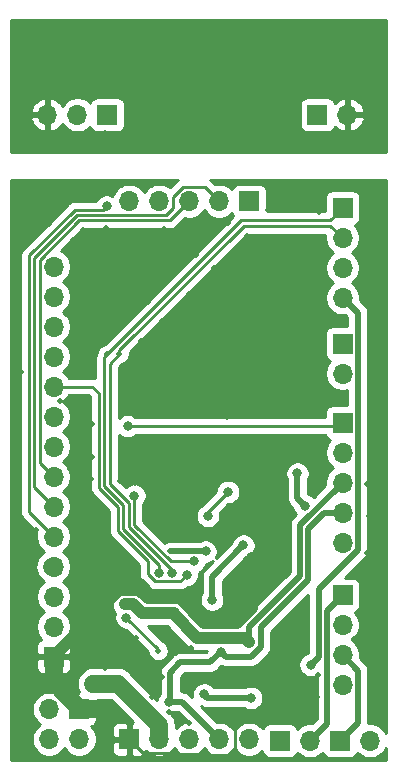
<source format=gbl>
G04 #@! TF.GenerationSoftware,KiCad,Pcbnew,(5.1.6-0-10_14)*
G04 #@! TF.CreationDate,2021-04-27T17:40:20+09:00*
G04 #@! TF.ProjectId,qPCR-panel_20210427,71504352-2d70-4616-9e65-6c5f32303231,rev?*
G04 #@! TF.SameCoordinates,Original*
G04 #@! TF.FileFunction,Copper,L2,Bot*
G04 #@! TF.FilePolarity,Positive*
%FSLAX46Y46*%
G04 Gerber Fmt 4.6, Leading zero omitted, Abs format (unit mm)*
G04 Created by KiCad (PCBNEW (5.1.6-0-10_14)) date 2021-04-27 17:40:20*
%MOMM*%
%LPD*%
G01*
G04 APERTURE LIST*
G04 #@! TA.AperFunction,ComponentPad*
%ADD10O,1.700000X1.700000*%
G04 #@! TD*
G04 #@! TA.AperFunction,ComponentPad*
%ADD11R,1.700000X1.700000*%
G04 #@! TD*
G04 #@! TA.AperFunction,ViaPad*
%ADD12C,0.800000*%
G04 #@! TD*
G04 #@! TA.AperFunction,ViaPad*
%ADD13C,0.508000*%
G04 #@! TD*
G04 #@! TA.AperFunction,Conductor*
%ADD14C,1.524000*%
G04 #@! TD*
G04 #@! TA.AperFunction,Conductor*
%ADD15C,0.250000*%
G04 #@! TD*
G04 #@! TA.AperFunction,Conductor*
%ADD16C,1.016000*%
G04 #@! TD*
G04 #@! TA.AperFunction,Conductor*
%ADD17C,0.508000*%
G04 #@! TD*
G04 #@! TA.AperFunction,Conductor*
%ADD18C,0.254000*%
G04 #@! TD*
G04 APERTURE END LIST*
D10*
X103220000Y-73700000D03*
X105760000Y-73700000D03*
D11*
X108300000Y-73700000D03*
X126080000Y-73700000D03*
D10*
X128620000Y-73700000D03*
X103730000Y-86540000D03*
X103730000Y-89080000D03*
X103730000Y-91620000D03*
X103730000Y-94160000D03*
X103730000Y-96700000D03*
X103730000Y-99240000D03*
X103730000Y-101780000D03*
X103730000Y-104320000D03*
X103730000Y-106860000D03*
X103730000Y-109400000D03*
X103730000Y-111940000D03*
X103730000Y-114480000D03*
X103730000Y-117020000D03*
D11*
X103730000Y-119560000D03*
X127980000Y-126690000D03*
D10*
X130520000Y-126690000D03*
X103360000Y-126560000D03*
X103360000Y-124020000D03*
X105900000Y-126560000D03*
D11*
X105900000Y-124020000D03*
D10*
X128200000Y-109920000D03*
X128200000Y-107380000D03*
X128200000Y-104840000D03*
X128200000Y-102300000D03*
D11*
X128200000Y-99760000D03*
D10*
X128200000Y-95600000D03*
D11*
X128200000Y-93060000D03*
D10*
X128200000Y-121980000D03*
X128200000Y-119440000D03*
X128200000Y-116900000D03*
D11*
X128200000Y-114360000D03*
D10*
X120298000Y-126560000D03*
X117758000Y-126560000D03*
X115218000Y-126560000D03*
X112678000Y-126560000D03*
D11*
X110138000Y-126560000D03*
X120298000Y-81000000D03*
D10*
X117758000Y-81000000D03*
X115218000Y-81000000D03*
X112678000Y-81000000D03*
X110138000Y-81000000D03*
D11*
X122900000Y-126690000D03*
D10*
X125440000Y-126690000D03*
X128200000Y-89180000D03*
X128200000Y-86640000D03*
X128200000Y-84100000D03*
D11*
X128200000Y-81560000D03*
D12*
X102500000Y-66000000D03*
X102500000Y-71000000D03*
X109500000Y-67000000D03*
X105000000Y-68500000D03*
X106500000Y-66000000D03*
X102500000Y-76000000D03*
X112000000Y-76000000D03*
X116000000Y-76000000D03*
X113500000Y-74500000D03*
X120000000Y-75500000D03*
X108000000Y-69500000D03*
X113000000Y-66000000D03*
X117000000Y-66000000D03*
X121500000Y-67000000D03*
X118500000Y-67000000D03*
X129500000Y-66000000D03*
X125000000Y-66500000D03*
X129500000Y-68500000D03*
X129500000Y-76000000D03*
X124500000Y-76000000D03*
X127500000Y-70500000D03*
X127222500Y-68277500D03*
X119360000Y-69140000D03*
X119636999Y-71466999D03*
X115250000Y-68250000D03*
X110750000Y-68250000D03*
X108114999Y-75385001D03*
X123630000Y-72540000D03*
X110555000Y-72995000D03*
D13*
X107270000Y-79580000D03*
X105890000Y-80930000D03*
X100880000Y-79920000D03*
X103900000Y-79950000D03*
X101000000Y-82900000D03*
X103360000Y-82900000D03*
X102650000Y-81540000D03*
X100950000Y-95440000D03*
X102220000Y-108870000D03*
X100850000Y-107020000D03*
X100690000Y-101550000D03*
X100800000Y-98400000D03*
X100780000Y-104240000D03*
X100920000Y-110950000D03*
X102650000Y-110720000D03*
X102580000Y-113140000D03*
X102530000Y-115680000D03*
X102440000Y-118060000D03*
X102270000Y-121170000D03*
X102440000Y-122640000D03*
X102270000Y-125240000D03*
X102100000Y-127810000D03*
X101050000Y-126610000D03*
X100990000Y-123800000D03*
X101020000Y-120110000D03*
X100990000Y-117290000D03*
X101050000Y-114420000D03*
X107570000Y-127740000D03*
X108070000Y-126490000D03*
X111560000Y-127740000D03*
X113920000Y-127580000D03*
X116490000Y-127620000D03*
X119030000Y-127570000D03*
X111463800Y-94096200D03*
D12*
X120555550Y-111183360D03*
D13*
X105400000Y-84260000D03*
X106200000Y-83460000D03*
X104800000Y-90560000D03*
X104800000Y-87860000D03*
X105300000Y-85960000D03*
X108200000Y-83260000D03*
X107400000Y-85760000D03*
X106200000Y-87060000D03*
X106100000Y-89060000D03*
X106600000Y-91060000D03*
X108600000Y-92560000D03*
X108100000Y-90360000D03*
X108100000Y-88260000D03*
X109400000Y-84760000D03*
X109200000Y-86860000D03*
X109600000Y-89160000D03*
X109900000Y-91060000D03*
X111700000Y-89560000D03*
X111500000Y-87460000D03*
X111200000Y-85560000D03*
X110900000Y-83560000D03*
X113100000Y-83360000D03*
X113500000Y-84960000D03*
X113600000Y-86860000D03*
X115800000Y-85560000D03*
X115800000Y-83960000D03*
X117200000Y-82760000D03*
X118500000Y-82860000D03*
X121900000Y-81760000D03*
X122100000Y-79860000D03*
X123800000Y-81060000D03*
X126000000Y-79960000D03*
X126200000Y-81960000D03*
X129600000Y-80060000D03*
X130200000Y-82760000D03*
X129900000Y-85360000D03*
X130600000Y-87160000D03*
X131300000Y-83860000D03*
X131100000Y-81460000D03*
X131000000Y-89260000D03*
X131100000Y-92060000D03*
X130600000Y-93560000D03*
X131100000Y-96460000D03*
X130500000Y-98060000D03*
X131000000Y-99860000D03*
X130700000Y-101760000D03*
X131200000Y-103560000D03*
X130300000Y-104960000D03*
X131200000Y-106260000D03*
X130400000Y-107660000D03*
X131300000Y-109360000D03*
X130300000Y-110760000D03*
X131100000Y-112560000D03*
X130300000Y-114360000D03*
X131100000Y-116360000D03*
X129200000Y-118060000D03*
X130800000Y-119560000D03*
X130500000Y-121060000D03*
X131000000Y-122960000D03*
X126000000Y-122960000D03*
X124200000Y-123060000D03*
X122800000Y-123060000D03*
X124800000Y-121360000D03*
X125100000Y-122260000D03*
X126100000Y-121160000D03*
X118800000Y-125060000D03*
X115200000Y-125160000D03*
X113500000Y-124260000D03*
X112100000Y-122960000D03*
X110700000Y-121360000D03*
X112000000Y-119860000D03*
X112900000Y-121260000D03*
X113700000Y-119260000D03*
X115400000Y-118860000D03*
X108100000Y-120560000D03*
X107300000Y-119060000D03*
X107300000Y-117560000D03*
X108400000Y-116660000D03*
X109100000Y-117860000D03*
X110700000Y-117960000D03*
X108900000Y-119060000D03*
X107200000Y-114360000D03*
X108100000Y-113160000D03*
X106400000Y-111360000D03*
X108300000Y-110060000D03*
X106400000Y-109560000D03*
X108200000Y-107460000D03*
X106300000Y-105560000D03*
X106900000Y-104560000D03*
X107100000Y-107460000D03*
X109400000Y-104660000D03*
X110600000Y-104860000D03*
X112900000Y-104560000D03*
X116300000Y-104560000D03*
X118500000Y-104560000D03*
X105100000Y-103660000D03*
X107000000Y-102660000D03*
X104900000Y-100660000D03*
X107000000Y-99860000D03*
X105500000Y-102160000D03*
X104300000Y-97960000D03*
X105600000Y-98560000D03*
X111100000Y-92860000D03*
X112900000Y-91160000D03*
X115200000Y-88860000D03*
X117300000Y-86660000D03*
X120100000Y-83960000D03*
X126500000Y-84060000D03*
X123300000Y-84060000D03*
X119800000Y-86160000D03*
X121100000Y-88760000D03*
X117400000Y-90760000D03*
X118800000Y-88760000D03*
X115100000Y-92160000D03*
X113300000Y-93760000D03*
X116500000Y-94660000D03*
X114100000Y-96160000D03*
X120900000Y-90760000D03*
X118500000Y-92960000D03*
X122900000Y-86560000D03*
X125300000Y-85960000D03*
X125700000Y-88360000D03*
X123700000Y-90060000D03*
X127100000Y-87960000D03*
X128000000Y-91060000D03*
X126600000Y-93760000D03*
X125600000Y-91760000D03*
X122900000Y-92960000D03*
X120500000Y-94460000D03*
X117200000Y-96460000D03*
X114800000Y-98360000D03*
X113800000Y-100960000D03*
X114400000Y-102860000D03*
X117100000Y-101160000D03*
X118800000Y-102760000D03*
X120900000Y-100960000D03*
X122600000Y-102860000D03*
X125100000Y-100960000D03*
X125200000Y-103160000D03*
X125200000Y-99060000D03*
X122000000Y-99160000D03*
X118400000Y-99260000D03*
X120200000Y-97260000D03*
X122900000Y-96060000D03*
X124800000Y-94660000D03*
X124400000Y-97460000D03*
X107100000Y-121860000D03*
D12*
X125036130Y-106796130D03*
X124374857Y-104059837D03*
D13*
X113623762Y-110660000D03*
D12*
X116600000Y-110660000D03*
X125500000Y-120260000D03*
X115000000Y-112660000D03*
X108230000Y-81450000D03*
X110000000Y-100060000D03*
D13*
X112600000Y-119060000D03*
D12*
X109900000Y-116260000D03*
X117152801Y-114752000D03*
X119800000Y-110160000D03*
X117900000Y-119160000D03*
X113519855Y-123406229D03*
X120300000Y-118360000D03*
X113900000Y-115860000D03*
X109800000Y-115160000D03*
X110582346Y-105942346D03*
X115605439Y-111514000D03*
X118505858Y-105609999D03*
X116800000Y-107660000D03*
D13*
X109300000Y-93960000D03*
D12*
X113800000Y-112460000D03*
D13*
X108300000Y-93960000D03*
D12*
X112700000Y-112460000D03*
X120451166Y-123051876D03*
X116480000Y-122770000D03*
D14*
X107598000Y-124020000D02*
X105900000Y-124020000D01*
X103730000Y-121708238D02*
X103730000Y-119560000D01*
X105900000Y-123878238D02*
X103730000Y-121708238D01*
X105900000Y-124020000D02*
X105900000Y-123878238D01*
D15*
X107240000Y-79580000D02*
X105890000Y-80930000D01*
X107270000Y-79580000D02*
X107240000Y-79580000D01*
X118726001Y-127873999D02*
X119030000Y-127570000D01*
X116743999Y-127873999D02*
X118726001Y-127873999D01*
X116490000Y-127620000D02*
X116743999Y-127873999D01*
X113760000Y-127740000D02*
X111560000Y-127740000D01*
X113920000Y-127580000D02*
X113760000Y-127740000D01*
X101040000Y-82940000D02*
X101000000Y-82900000D01*
X111318000Y-127740000D02*
X110138000Y-126560000D01*
X111560000Y-127740000D02*
X111318000Y-127740000D01*
D16*
X120555550Y-111183360D02*
X120555550Y-115443964D01*
X120555550Y-115443964D02*
X119255523Y-116743991D01*
X116503688Y-116743991D02*
X114403687Y-114643990D01*
X119255523Y-116743991D02*
X116503688Y-116743991D01*
X110995686Y-113935989D02*
X109296313Y-113935989D01*
X103730000Y-119502302D02*
X103730000Y-119560000D01*
X111703687Y-114643990D02*
X110995686Y-113935989D01*
X109296313Y-113935989D02*
X103730000Y-119502302D01*
X114403687Y-114643990D02*
X111703687Y-114643990D01*
D15*
X114173999Y-127833999D02*
X116276001Y-127833999D01*
X116276001Y-127833999D02*
X116490000Y-127620000D01*
X113920000Y-127580000D02*
X114173999Y-127833999D01*
X114300000Y-124260000D02*
X115200000Y-125160000D01*
X113500000Y-124260000D02*
X114300000Y-124260000D01*
X119053999Y-127546001D02*
X119030000Y-127570000D01*
X119053999Y-125313999D02*
X119053999Y-127546001D01*
X118800000Y-125060000D02*
X119053999Y-125313999D01*
X105000000Y-97960000D02*
X105600000Y-98560000D01*
X104300000Y-97960000D02*
X105000000Y-97960000D01*
D17*
X129504001Y-125165999D02*
X127980000Y-126690000D01*
X129504001Y-120744001D02*
X129504001Y-125165999D01*
X128200000Y-119440000D02*
X129504001Y-120744001D01*
D14*
X103588238Y-111940000D02*
X103730000Y-111940000D01*
X109180081Y-121860000D02*
X107100000Y-121860000D01*
X112678000Y-125357919D02*
X109180081Y-121860000D01*
X112678000Y-126560000D02*
X112678000Y-125357919D01*
D17*
X124374857Y-106134857D02*
X125036130Y-106796130D01*
X124374857Y-104059837D02*
X124374857Y-106134857D01*
X116600000Y-110660000D02*
X113623762Y-110660000D01*
X129504001Y-110538797D02*
X126187989Y-113854809D01*
X129504001Y-90484001D02*
X129504001Y-110538797D01*
X128200000Y-89180000D02*
X129504001Y-90484001D01*
X126187989Y-119572011D02*
X125500000Y-120260000D01*
X126187989Y-113854809D02*
X126187989Y-119572011D01*
D15*
X107027990Y-96700000D02*
X103730000Y-96700000D01*
X107587990Y-105293812D02*
X107587990Y-97260000D01*
X109199980Y-106905802D02*
X107587990Y-105293812D01*
X107587990Y-97260000D02*
X107027990Y-96700000D01*
X109199980Y-108964291D02*
X109199980Y-106905802D01*
X111700000Y-111464311D02*
X109199980Y-108964291D01*
X114474999Y-113185001D02*
X112351999Y-113185001D01*
X111700000Y-112533002D02*
X111700000Y-111464311D01*
X112351999Y-113185001D02*
X111700000Y-112533002D01*
X115000000Y-112660000D02*
X114474999Y-113185001D01*
X115218000Y-81000000D02*
X113592989Y-82625011D01*
X102554999Y-85975999D02*
X102554999Y-103144999D01*
X102554999Y-103144999D02*
X103730000Y-104320000D01*
X105905987Y-82625011D02*
X102554999Y-85975999D01*
X113592989Y-82625011D02*
X105905987Y-82625011D01*
X102104989Y-105234989D02*
X103730000Y-106860000D01*
X113242001Y-82175001D02*
X105719586Y-82175002D01*
X113853001Y-80625997D02*
X113853001Y-81564001D01*
X102104989Y-85789599D02*
X102104989Y-105234989D01*
X105719586Y-82175002D02*
X102104989Y-85789599D01*
X114653999Y-79824999D02*
X113853001Y-80625997D01*
X116582999Y-79824999D02*
X114653999Y-79824999D01*
X113853001Y-81564001D02*
X113242001Y-82175001D01*
X117758000Y-81000000D02*
X116582999Y-79824999D01*
X101654980Y-107324980D02*
X103730000Y-109400000D01*
X101654980Y-85603198D02*
X101654980Y-107324980D01*
X105533187Y-81724993D02*
X101654980Y-85603198D01*
X107955007Y-81724993D02*
X105533187Y-81724993D01*
X108230000Y-81450000D02*
X107955007Y-81724993D01*
X127900000Y-100060000D02*
X128200000Y-99760000D01*
X110000000Y-100060000D02*
X127900000Y-100060000D01*
X112600000Y-118960000D02*
X112600000Y-119060000D01*
X109900000Y-116260000D02*
X112600000Y-118960000D01*
D17*
X117152801Y-112807199D02*
X119800000Y-110160000D01*
X117152801Y-114752000D02*
X117152801Y-112807199D01*
X126895999Y-125234001D02*
X125440000Y-126690000D01*
X126895999Y-115664001D02*
X126895999Y-125234001D01*
X128200000Y-114360000D02*
X126895999Y-115664001D01*
X117900000Y-119160000D02*
X118299999Y-119559999D01*
X128200000Y-107380000D02*
X126661276Y-107380000D01*
X125308010Y-108733266D02*
X125308010Y-113114638D01*
X126661276Y-107380000D02*
X125308010Y-108733266D01*
X125246639Y-113114638D02*
X121262010Y-117099267D01*
X125308010Y-113114638D02*
X125246639Y-113114638D01*
X121262010Y-118758477D02*
X120460488Y-119559999D01*
X120460488Y-119559999D02*
X118299999Y-119559999D01*
X121262010Y-117099267D02*
X121262010Y-118758477D01*
X114604229Y-123406229D02*
X113519855Y-123406229D01*
X117758000Y-126560000D02*
X114604229Y-123406229D01*
X117900000Y-119160000D02*
X117010000Y-120050000D01*
X113608001Y-123318083D02*
X113519855Y-123406229D01*
X113608001Y-120920159D02*
X113608001Y-123318083D01*
X114478160Y-120050000D02*
X113608001Y-120920159D01*
X117010000Y-120050000D02*
X114478160Y-120050000D01*
D16*
X113900000Y-115860000D02*
X111200000Y-115860000D01*
D17*
X120300000Y-117060000D02*
X120300000Y-118360000D01*
X124600000Y-112760000D02*
X120300000Y-117060000D01*
X124600000Y-108440000D02*
X124600000Y-112760000D01*
X128200000Y-104840000D02*
X124600000Y-108440000D01*
D16*
X119900001Y-117960001D02*
X115900001Y-117960001D01*
X120300000Y-118360000D02*
X119900001Y-117960001D01*
X113900000Y-115960000D02*
X113900000Y-115860000D01*
X115900001Y-117960001D02*
X113900000Y-115960000D01*
X110491999Y-115151999D02*
X109800000Y-115151999D01*
X111200000Y-115860000D02*
X110491999Y-115151999D01*
D15*
X113658919Y-111514000D02*
X115605439Y-111514000D01*
X110582346Y-108437427D02*
X113658919Y-111514000D01*
X110582346Y-105942346D02*
X110582346Y-108437427D01*
X116800000Y-107315857D02*
X116800000Y-107660000D01*
X118505858Y-105609999D02*
X116800000Y-107315857D01*
X119821389Y-83075021D02*
X109300000Y-93596410D01*
X127175021Y-83075021D02*
X119821389Y-83075021D01*
X109300000Y-93596410D02*
X109300000Y-93960000D01*
X128200000Y-84100000D02*
X127175021Y-83075021D01*
X110100000Y-106533002D02*
X108488010Y-104921012D01*
X108488010Y-104921012D02*
X108488010Y-94771990D01*
X113800000Y-112260000D02*
X113504010Y-111964010D01*
X113472518Y-111964009D02*
X110100000Y-108591491D01*
X113504010Y-111964010D02*
X113472518Y-111964009D01*
X108488010Y-94771990D02*
X109300000Y-93960000D01*
X110100000Y-108591491D02*
X110100000Y-106533002D01*
X113800000Y-112460000D02*
X113800000Y-112260000D01*
X119634989Y-82625011D02*
X108300000Y-93960000D01*
X127134989Y-82625011D02*
X119634989Y-82625011D01*
X128200000Y-81560000D02*
X127134989Y-82625011D01*
X108038000Y-94222000D02*
X108300000Y-93960000D01*
X108038000Y-105107412D02*
X108038000Y-94222000D01*
X109649990Y-108777891D02*
X109649990Y-106719402D01*
X109649990Y-106719402D02*
X108038000Y-105107412D01*
X112700000Y-111827901D02*
X109649990Y-108777891D01*
X112700000Y-112460000D02*
X112700000Y-111827901D01*
D17*
X116761876Y-123051876D02*
X116480000Y-122770000D01*
X120451166Y-123051876D02*
X116761876Y-123051876D01*
D18*
G36*
X131873000Y-76873000D02*
G01*
X100127000Y-76873000D01*
X100127000Y-74056891D01*
X101778519Y-74056891D01*
X101875843Y-74331252D01*
X102024822Y-74581355D01*
X102219731Y-74797588D01*
X102453080Y-74971641D01*
X102715901Y-75096825D01*
X102863110Y-75141476D01*
X103093000Y-75020155D01*
X103093000Y-73827000D01*
X101899186Y-73827000D01*
X101778519Y-74056891D01*
X100127000Y-74056891D01*
X100127000Y-73343109D01*
X101778519Y-73343109D01*
X101899186Y-73573000D01*
X103093000Y-73573000D01*
X103093000Y-72379845D01*
X103347000Y-72379845D01*
X103347000Y-73573000D01*
X103367000Y-73573000D01*
X103367000Y-73827000D01*
X103347000Y-73827000D01*
X103347000Y-75020155D01*
X103576890Y-75141476D01*
X103724099Y-75096825D01*
X103986920Y-74971641D01*
X104220269Y-74797588D01*
X104415178Y-74581355D01*
X104484805Y-74464466D01*
X104606525Y-74646632D01*
X104813368Y-74853475D01*
X105056589Y-75015990D01*
X105326842Y-75127932D01*
X105613740Y-75185000D01*
X105906260Y-75185000D01*
X106193158Y-75127932D01*
X106463411Y-75015990D01*
X106706632Y-74853475D01*
X106838487Y-74721620D01*
X106860498Y-74794180D01*
X106919463Y-74904494D01*
X106998815Y-75001185D01*
X107095506Y-75080537D01*
X107205820Y-75139502D01*
X107325518Y-75175812D01*
X107450000Y-75188072D01*
X109150000Y-75188072D01*
X109274482Y-75175812D01*
X109394180Y-75139502D01*
X109504494Y-75080537D01*
X109601185Y-75001185D01*
X109680537Y-74904494D01*
X109739502Y-74794180D01*
X109775812Y-74674482D01*
X109788072Y-74550000D01*
X109788072Y-72850000D01*
X124591928Y-72850000D01*
X124591928Y-74550000D01*
X124604188Y-74674482D01*
X124640498Y-74794180D01*
X124699463Y-74904494D01*
X124778815Y-75001185D01*
X124875506Y-75080537D01*
X124985820Y-75139502D01*
X125105518Y-75175812D01*
X125230000Y-75188072D01*
X126930000Y-75188072D01*
X127054482Y-75175812D01*
X127174180Y-75139502D01*
X127284494Y-75080537D01*
X127381185Y-75001185D01*
X127460537Y-74904494D01*
X127519502Y-74794180D01*
X127543966Y-74713534D01*
X127619731Y-74797588D01*
X127853080Y-74971641D01*
X128115901Y-75096825D01*
X128263110Y-75141476D01*
X128493000Y-75020155D01*
X128493000Y-73827000D01*
X128747000Y-73827000D01*
X128747000Y-75020155D01*
X128976890Y-75141476D01*
X129124099Y-75096825D01*
X129386920Y-74971641D01*
X129620269Y-74797588D01*
X129815178Y-74581355D01*
X129964157Y-74331252D01*
X130061481Y-74056891D01*
X129940814Y-73827000D01*
X128747000Y-73827000D01*
X128493000Y-73827000D01*
X128473000Y-73827000D01*
X128473000Y-73573000D01*
X128493000Y-73573000D01*
X128493000Y-72379845D01*
X128747000Y-72379845D01*
X128747000Y-73573000D01*
X129940814Y-73573000D01*
X130061481Y-73343109D01*
X129964157Y-73068748D01*
X129815178Y-72818645D01*
X129620269Y-72602412D01*
X129386920Y-72428359D01*
X129124099Y-72303175D01*
X128976890Y-72258524D01*
X128747000Y-72379845D01*
X128493000Y-72379845D01*
X128263110Y-72258524D01*
X128115901Y-72303175D01*
X127853080Y-72428359D01*
X127619731Y-72602412D01*
X127543966Y-72686466D01*
X127519502Y-72605820D01*
X127460537Y-72495506D01*
X127381185Y-72398815D01*
X127284494Y-72319463D01*
X127174180Y-72260498D01*
X127054482Y-72224188D01*
X126930000Y-72211928D01*
X125230000Y-72211928D01*
X125105518Y-72224188D01*
X124985820Y-72260498D01*
X124875506Y-72319463D01*
X124778815Y-72398815D01*
X124699463Y-72495506D01*
X124640498Y-72605820D01*
X124604188Y-72725518D01*
X124591928Y-72850000D01*
X109788072Y-72850000D01*
X109775812Y-72725518D01*
X109739502Y-72605820D01*
X109680537Y-72495506D01*
X109601185Y-72398815D01*
X109504494Y-72319463D01*
X109394180Y-72260498D01*
X109274482Y-72224188D01*
X109150000Y-72211928D01*
X107450000Y-72211928D01*
X107325518Y-72224188D01*
X107205820Y-72260498D01*
X107095506Y-72319463D01*
X106998815Y-72398815D01*
X106919463Y-72495506D01*
X106860498Y-72605820D01*
X106838487Y-72678380D01*
X106706632Y-72546525D01*
X106463411Y-72384010D01*
X106193158Y-72272068D01*
X105906260Y-72215000D01*
X105613740Y-72215000D01*
X105326842Y-72272068D01*
X105056589Y-72384010D01*
X104813368Y-72546525D01*
X104606525Y-72753368D01*
X104484805Y-72935534D01*
X104415178Y-72818645D01*
X104220269Y-72602412D01*
X103986920Y-72428359D01*
X103724099Y-72303175D01*
X103576890Y-72258524D01*
X103347000Y-72379845D01*
X103093000Y-72379845D01*
X102863110Y-72258524D01*
X102715901Y-72303175D01*
X102453080Y-72428359D01*
X102219731Y-72602412D01*
X102024822Y-72818645D01*
X101875843Y-73068748D01*
X101778519Y-73343109D01*
X100127000Y-73343109D01*
X100127000Y-65685000D01*
X131873000Y-65685000D01*
X131873000Y-76873000D01*
G37*
X131873000Y-76873000D02*
X100127000Y-76873000D01*
X100127000Y-74056891D01*
X101778519Y-74056891D01*
X101875843Y-74331252D01*
X102024822Y-74581355D01*
X102219731Y-74797588D01*
X102453080Y-74971641D01*
X102715901Y-75096825D01*
X102863110Y-75141476D01*
X103093000Y-75020155D01*
X103093000Y-73827000D01*
X101899186Y-73827000D01*
X101778519Y-74056891D01*
X100127000Y-74056891D01*
X100127000Y-73343109D01*
X101778519Y-73343109D01*
X101899186Y-73573000D01*
X103093000Y-73573000D01*
X103093000Y-72379845D01*
X103347000Y-72379845D01*
X103347000Y-73573000D01*
X103367000Y-73573000D01*
X103367000Y-73827000D01*
X103347000Y-73827000D01*
X103347000Y-75020155D01*
X103576890Y-75141476D01*
X103724099Y-75096825D01*
X103986920Y-74971641D01*
X104220269Y-74797588D01*
X104415178Y-74581355D01*
X104484805Y-74464466D01*
X104606525Y-74646632D01*
X104813368Y-74853475D01*
X105056589Y-75015990D01*
X105326842Y-75127932D01*
X105613740Y-75185000D01*
X105906260Y-75185000D01*
X106193158Y-75127932D01*
X106463411Y-75015990D01*
X106706632Y-74853475D01*
X106838487Y-74721620D01*
X106860498Y-74794180D01*
X106919463Y-74904494D01*
X106998815Y-75001185D01*
X107095506Y-75080537D01*
X107205820Y-75139502D01*
X107325518Y-75175812D01*
X107450000Y-75188072D01*
X109150000Y-75188072D01*
X109274482Y-75175812D01*
X109394180Y-75139502D01*
X109504494Y-75080537D01*
X109601185Y-75001185D01*
X109680537Y-74904494D01*
X109739502Y-74794180D01*
X109775812Y-74674482D01*
X109788072Y-74550000D01*
X109788072Y-72850000D01*
X124591928Y-72850000D01*
X124591928Y-74550000D01*
X124604188Y-74674482D01*
X124640498Y-74794180D01*
X124699463Y-74904494D01*
X124778815Y-75001185D01*
X124875506Y-75080537D01*
X124985820Y-75139502D01*
X125105518Y-75175812D01*
X125230000Y-75188072D01*
X126930000Y-75188072D01*
X127054482Y-75175812D01*
X127174180Y-75139502D01*
X127284494Y-75080537D01*
X127381185Y-75001185D01*
X127460537Y-74904494D01*
X127519502Y-74794180D01*
X127543966Y-74713534D01*
X127619731Y-74797588D01*
X127853080Y-74971641D01*
X128115901Y-75096825D01*
X128263110Y-75141476D01*
X128493000Y-75020155D01*
X128493000Y-73827000D01*
X128747000Y-73827000D01*
X128747000Y-75020155D01*
X128976890Y-75141476D01*
X129124099Y-75096825D01*
X129386920Y-74971641D01*
X129620269Y-74797588D01*
X129815178Y-74581355D01*
X129964157Y-74331252D01*
X130061481Y-74056891D01*
X129940814Y-73827000D01*
X128747000Y-73827000D01*
X128493000Y-73827000D01*
X128473000Y-73827000D01*
X128473000Y-73573000D01*
X128493000Y-73573000D01*
X128493000Y-72379845D01*
X128747000Y-72379845D01*
X128747000Y-73573000D01*
X129940814Y-73573000D01*
X130061481Y-73343109D01*
X129964157Y-73068748D01*
X129815178Y-72818645D01*
X129620269Y-72602412D01*
X129386920Y-72428359D01*
X129124099Y-72303175D01*
X128976890Y-72258524D01*
X128747000Y-72379845D01*
X128493000Y-72379845D01*
X128263110Y-72258524D01*
X128115901Y-72303175D01*
X127853080Y-72428359D01*
X127619731Y-72602412D01*
X127543966Y-72686466D01*
X127519502Y-72605820D01*
X127460537Y-72495506D01*
X127381185Y-72398815D01*
X127284494Y-72319463D01*
X127174180Y-72260498D01*
X127054482Y-72224188D01*
X126930000Y-72211928D01*
X125230000Y-72211928D01*
X125105518Y-72224188D01*
X124985820Y-72260498D01*
X124875506Y-72319463D01*
X124778815Y-72398815D01*
X124699463Y-72495506D01*
X124640498Y-72605820D01*
X124604188Y-72725518D01*
X124591928Y-72850000D01*
X109788072Y-72850000D01*
X109775812Y-72725518D01*
X109739502Y-72605820D01*
X109680537Y-72495506D01*
X109601185Y-72398815D01*
X109504494Y-72319463D01*
X109394180Y-72260498D01*
X109274482Y-72224188D01*
X109150000Y-72211928D01*
X107450000Y-72211928D01*
X107325518Y-72224188D01*
X107205820Y-72260498D01*
X107095506Y-72319463D01*
X106998815Y-72398815D01*
X106919463Y-72495506D01*
X106860498Y-72605820D01*
X106838487Y-72678380D01*
X106706632Y-72546525D01*
X106463411Y-72384010D01*
X106193158Y-72272068D01*
X105906260Y-72215000D01*
X105613740Y-72215000D01*
X105326842Y-72272068D01*
X105056589Y-72384010D01*
X104813368Y-72546525D01*
X104606525Y-72753368D01*
X104484805Y-72935534D01*
X104415178Y-72818645D01*
X104220269Y-72602412D01*
X103986920Y-72428359D01*
X103724099Y-72303175D01*
X103576890Y-72258524D01*
X103347000Y-72379845D01*
X103093000Y-72379845D01*
X102863110Y-72258524D01*
X102715901Y-72303175D01*
X102453080Y-72428359D01*
X102219731Y-72602412D01*
X102024822Y-72818645D01*
X101875843Y-73068748D01*
X101778519Y-73343109D01*
X100127000Y-73343109D01*
X100127000Y-65685000D01*
X131873000Y-65685000D01*
X131873000Y-76873000D01*
G36*
X114229723Y-79190025D02*
G01*
X114113998Y-79284998D01*
X114090200Y-79313997D01*
X113584492Y-79819704D01*
X113381411Y-79684010D01*
X113111158Y-79572068D01*
X112824260Y-79515000D01*
X112531740Y-79515000D01*
X112244842Y-79572068D01*
X111974589Y-79684010D01*
X111731368Y-79846525D01*
X111524525Y-80053368D01*
X111408000Y-80227760D01*
X111291475Y-80053368D01*
X111084632Y-79846525D01*
X110841411Y-79684010D01*
X110571158Y-79572068D01*
X110284260Y-79515000D01*
X109991740Y-79515000D01*
X109704842Y-79572068D01*
X109434589Y-79684010D01*
X109191368Y-79846525D01*
X108984525Y-80053368D01*
X108822010Y-80296589D01*
X108723322Y-80534844D01*
X108720256Y-80532795D01*
X108531898Y-80454774D01*
X108331939Y-80415000D01*
X108128061Y-80415000D01*
X107928102Y-80454774D01*
X107739744Y-80532795D01*
X107570226Y-80646063D01*
X107426063Y-80790226D01*
X107312795Y-80959744D01*
X107310621Y-80964993D01*
X105570520Y-80964993D01*
X105533187Y-80961316D01*
X105384201Y-80975990D01*
X105240940Y-81019447D01*
X105108911Y-81090019D01*
X105022184Y-81161193D01*
X105022179Y-81161198D01*
X104993186Y-81184992D01*
X104969392Y-81213985D01*
X101143983Y-85039394D01*
X101114979Y-85063197D01*
X101074872Y-85112068D01*
X101020006Y-85178922D01*
X100971081Y-85270453D01*
X100949434Y-85310952D01*
X100905977Y-85454213D01*
X100894980Y-85565866D01*
X100894980Y-85565875D01*
X100891304Y-85603198D01*
X100894980Y-85640520D01*
X100894981Y-107287647D01*
X100891304Y-107324980D01*
X100894981Y-107362313D01*
X100904172Y-107455624D01*
X100905978Y-107473965D01*
X100949434Y-107617226D01*
X101020006Y-107749256D01*
X101087199Y-107831130D01*
X101114980Y-107864981D01*
X101143978Y-107888779D01*
X102288790Y-109033593D01*
X102245000Y-109253740D01*
X102245000Y-109546260D01*
X102302068Y-109833158D01*
X102414010Y-110103411D01*
X102576525Y-110346632D01*
X102783368Y-110553475D01*
X102957760Y-110670000D01*
X102783368Y-110786525D01*
X102745476Y-110824417D01*
X102595630Y-110947392D01*
X102421055Y-111160113D01*
X102291334Y-111402805D01*
X102211452Y-111666140D01*
X102184479Y-111940000D01*
X102211452Y-112213860D01*
X102291334Y-112477195D01*
X102421055Y-112719887D01*
X102595630Y-112932608D01*
X102745476Y-113055583D01*
X102783368Y-113093475D01*
X102957760Y-113210000D01*
X102783368Y-113326525D01*
X102576525Y-113533368D01*
X102414010Y-113776589D01*
X102302068Y-114046842D01*
X102245000Y-114333740D01*
X102245000Y-114626260D01*
X102302068Y-114913158D01*
X102414010Y-115183411D01*
X102576525Y-115426632D01*
X102783368Y-115633475D01*
X102957760Y-115750000D01*
X102783368Y-115866525D01*
X102576525Y-116073368D01*
X102414010Y-116316589D01*
X102302068Y-116586842D01*
X102245000Y-116873740D01*
X102245000Y-117166260D01*
X102302068Y-117453158D01*
X102414010Y-117723411D01*
X102576525Y-117966632D01*
X102708380Y-118098487D01*
X102635820Y-118120498D01*
X102525506Y-118179463D01*
X102428815Y-118258815D01*
X102349463Y-118355506D01*
X102290498Y-118465820D01*
X102254188Y-118585518D01*
X102241928Y-118710000D01*
X102245000Y-119274250D01*
X102403750Y-119433000D01*
X103603000Y-119433000D01*
X103603000Y-119413000D01*
X103857000Y-119413000D01*
X103857000Y-119433000D01*
X105056250Y-119433000D01*
X105215000Y-119274250D01*
X105218072Y-118710000D01*
X105205812Y-118585518D01*
X105169502Y-118465820D01*
X105110537Y-118355506D01*
X105031185Y-118258815D01*
X104934494Y-118179463D01*
X104824180Y-118120498D01*
X104751620Y-118098487D01*
X104883475Y-117966632D01*
X105045990Y-117723411D01*
X105157932Y-117453158D01*
X105215000Y-117166260D01*
X105215000Y-116873740D01*
X105157932Y-116586842D01*
X105045990Y-116316589D01*
X104883475Y-116073368D01*
X104676632Y-115866525D01*
X104502240Y-115750000D01*
X104676632Y-115633475D01*
X104883475Y-115426632D01*
X105045990Y-115183411D01*
X105157932Y-114913158D01*
X105215000Y-114626260D01*
X105215000Y-114333740D01*
X105157932Y-114046842D01*
X105045990Y-113776589D01*
X104883475Y-113533368D01*
X104676632Y-113326525D01*
X104502240Y-113210000D01*
X104676632Y-113093475D01*
X104883475Y-112886632D01*
X105045990Y-112643411D01*
X105157932Y-112373158D01*
X105215000Y-112086260D01*
X105215000Y-111793740D01*
X105157932Y-111506842D01*
X105045990Y-111236589D01*
X104883475Y-110993368D01*
X104676632Y-110786525D01*
X104502240Y-110670000D01*
X104676632Y-110553475D01*
X104883475Y-110346632D01*
X105045990Y-110103411D01*
X105157932Y-109833158D01*
X105215000Y-109546260D01*
X105215000Y-109253740D01*
X105157932Y-108966842D01*
X105045990Y-108696589D01*
X104883475Y-108453368D01*
X104676632Y-108246525D01*
X104502240Y-108130000D01*
X104676632Y-108013475D01*
X104883475Y-107806632D01*
X105045990Y-107563411D01*
X105157932Y-107293158D01*
X105215000Y-107006260D01*
X105215000Y-106713740D01*
X105157932Y-106426842D01*
X105045990Y-106156589D01*
X104883475Y-105913368D01*
X104676632Y-105706525D01*
X104502240Y-105590000D01*
X104676632Y-105473475D01*
X104883475Y-105266632D01*
X105045990Y-105023411D01*
X105157932Y-104753158D01*
X105215000Y-104466260D01*
X105215000Y-104173740D01*
X105157932Y-103886842D01*
X105045990Y-103616589D01*
X104883475Y-103373368D01*
X104676632Y-103166525D01*
X104502240Y-103050000D01*
X104676632Y-102933475D01*
X104883475Y-102726632D01*
X105045990Y-102483411D01*
X105157932Y-102213158D01*
X105215000Y-101926260D01*
X105215000Y-101633740D01*
X105157932Y-101346842D01*
X105045990Y-101076589D01*
X104883475Y-100833368D01*
X104676632Y-100626525D01*
X104502240Y-100510000D01*
X104676632Y-100393475D01*
X104883475Y-100186632D01*
X105045990Y-99943411D01*
X105157932Y-99673158D01*
X105215000Y-99386260D01*
X105215000Y-99093740D01*
X105157932Y-98806842D01*
X105045990Y-98536589D01*
X104883475Y-98293368D01*
X104676632Y-98086525D01*
X104502240Y-97970000D01*
X104676632Y-97853475D01*
X104883475Y-97646632D01*
X105008178Y-97460000D01*
X106713189Y-97460000D01*
X106827991Y-97574803D01*
X106827990Y-105256490D01*
X106824314Y-105293812D01*
X106827990Y-105331134D01*
X106827990Y-105331144D01*
X106838987Y-105442797D01*
X106869689Y-105544010D01*
X106882444Y-105586058D01*
X106953016Y-105718088D01*
X106972957Y-105742386D01*
X107047989Y-105833813D01*
X107076993Y-105857616D01*
X108439981Y-107220605D01*
X108439980Y-108926968D01*
X108436304Y-108964291D01*
X108439980Y-109001613D01*
X108439980Y-109001623D01*
X108450977Y-109113276D01*
X108492758Y-109251013D01*
X108494434Y-109256537D01*
X108565006Y-109388567D01*
X108584947Y-109412865D01*
X108659979Y-109504292D01*
X108688983Y-109528095D01*
X110940001Y-111779114D01*
X110940000Y-112495679D01*
X110936324Y-112533002D01*
X110940000Y-112570324D01*
X110940000Y-112570334D01*
X110950997Y-112681987D01*
X110986796Y-112800001D01*
X110994454Y-112825248D01*
X111065026Y-112957278D01*
X111082585Y-112978673D01*
X111159999Y-113073003D01*
X111189002Y-113096805D01*
X111788199Y-113696003D01*
X111811998Y-113725002D01*
X111927723Y-113819975D01*
X112059752Y-113890547D01*
X112203013Y-113934004D01*
X112314666Y-113945001D01*
X112314676Y-113945001D01*
X112351999Y-113948677D01*
X112389322Y-113945001D01*
X114437677Y-113945001D01*
X114474999Y-113948677D01*
X114512321Y-113945001D01*
X114512332Y-113945001D01*
X114623985Y-113934004D01*
X114767246Y-113890547D01*
X114899275Y-113819975D01*
X115015000Y-113725002D01*
X115038802Y-113695999D01*
X115039801Y-113695000D01*
X115101939Y-113695000D01*
X115301898Y-113655226D01*
X115490256Y-113577205D01*
X115659774Y-113463937D01*
X115803937Y-113319774D01*
X115917205Y-113150256D01*
X115995226Y-112961898D01*
X116035000Y-112761939D01*
X116035000Y-112558061D01*
X116016308Y-112464088D01*
X116095695Y-112431205D01*
X116265213Y-112317937D01*
X116409376Y-112173774D01*
X116522644Y-112004256D01*
X116600665Y-111815898D01*
X116624713Y-111695000D01*
X116701939Y-111695000D01*
X116901898Y-111655226D01*
X117090256Y-111577205D01*
X117196649Y-111506116D01*
X116555060Y-112147705D01*
X116521143Y-112175540D01*
X116493308Y-112209457D01*
X116493306Y-112209459D01*
X116410049Y-112310908D01*
X116327499Y-112465347D01*
X116276665Y-112632925D01*
X116259501Y-112807199D01*
X116263802Y-112850869D01*
X116263801Y-114219532D01*
X116235596Y-114261744D01*
X116157575Y-114450102D01*
X116117801Y-114650061D01*
X116117801Y-114853939D01*
X116157575Y-115053898D01*
X116235596Y-115242256D01*
X116348864Y-115411774D01*
X116493027Y-115555937D01*
X116662545Y-115669205D01*
X116850903Y-115747226D01*
X117050862Y-115787000D01*
X117254740Y-115787000D01*
X117454699Y-115747226D01*
X117643057Y-115669205D01*
X117812575Y-115555937D01*
X117956738Y-115411774D01*
X118070006Y-115242256D01*
X118148027Y-115053898D01*
X118187801Y-114853939D01*
X118187801Y-114650061D01*
X118148027Y-114450102D01*
X118070006Y-114261744D01*
X118041801Y-114219532D01*
X118041801Y-113175434D01*
X120052106Y-111165130D01*
X120101898Y-111155226D01*
X120290256Y-111077205D01*
X120459774Y-110963937D01*
X120603937Y-110819774D01*
X120717205Y-110650256D01*
X120795226Y-110461898D01*
X120835000Y-110261939D01*
X120835000Y-110058061D01*
X120795226Y-109858102D01*
X120717205Y-109669744D01*
X120603937Y-109500226D01*
X120459774Y-109356063D01*
X120290256Y-109242795D01*
X120101898Y-109164774D01*
X119901939Y-109125000D01*
X119698061Y-109125000D01*
X119498102Y-109164774D01*
X119309744Y-109242795D01*
X119140226Y-109356063D01*
X118996063Y-109500226D01*
X118882795Y-109669744D01*
X118804774Y-109858102D01*
X118794870Y-109907894D01*
X117446116Y-111256649D01*
X117517205Y-111150256D01*
X117595226Y-110961898D01*
X117635000Y-110761939D01*
X117635000Y-110558061D01*
X117595226Y-110358102D01*
X117517205Y-110169744D01*
X117403937Y-110000226D01*
X117259774Y-109856063D01*
X117090256Y-109742795D01*
X116901898Y-109664774D01*
X116701939Y-109625000D01*
X116498061Y-109625000D01*
X116298102Y-109664774D01*
X116109744Y-109742795D01*
X116067532Y-109771000D01*
X113536203Y-109771000D01*
X113493153Y-109779563D01*
X113449488Y-109783864D01*
X113407499Y-109796601D01*
X113364450Y-109805164D01*
X113323905Y-109821959D01*
X113281911Y-109834697D01*
X113243205Y-109855386D01*
X113202663Y-109872179D01*
X113166177Y-109896558D01*
X113133660Y-109913939D01*
X111342346Y-108122626D01*
X111342346Y-107558061D01*
X115765000Y-107558061D01*
X115765000Y-107761939D01*
X115804774Y-107961898D01*
X115882795Y-108150256D01*
X115996063Y-108319774D01*
X116140226Y-108463937D01*
X116309744Y-108577205D01*
X116498102Y-108655226D01*
X116698061Y-108695000D01*
X116901939Y-108695000D01*
X117101898Y-108655226D01*
X117290256Y-108577205D01*
X117459774Y-108463937D01*
X117603937Y-108319774D01*
X117717205Y-108150256D01*
X117795226Y-107961898D01*
X117835000Y-107761939D01*
X117835000Y-107558061D01*
X117801419Y-107389239D01*
X118545660Y-106644999D01*
X118607797Y-106644999D01*
X118807756Y-106605225D01*
X118996114Y-106527204D01*
X119165632Y-106413936D01*
X119309795Y-106269773D01*
X119423063Y-106100255D01*
X119501084Y-105911897D01*
X119540858Y-105711938D01*
X119540858Y-105508060D01*
X119501084Y-105308101D01*
X119423063Y-105119743D01*
X119309795Y-104950225D01*
X119165632Y-104806062D01*
X118996114Y-104692794D01*
X118807756Y-104614773D01*
X118607797Y-104574999D01*
X118403919Y-104574999D01*
X118203960Y-104614773D01*
X118015602Y-104692794D01*
X117846084Y-104806062D01*
X117701921Y-104950225D01*
X117588653Y-105119743D01*
X117510632Y-105308101D01*
X117470858Y-105508060D01*
X117470858Y-105570197D01*
X116289003Y-106752053D01*
X116259999Y-106775856D01*
X116259677Y-106776249D01*
X116140226Y-106856063D01*
X115996063Y-107000226D01*
X115882795Y-107169744D01*
X115804774Y-107358102D01*
X115765000Y-107558061D01*
X111342346Y-107558061D01*
X111342346Y-106646057D01*
X111386283Y-106602120D01*
X111499551Y-106432602D01*
X111577572Y-106244244D01*
X111617346Y-106044285D01*
X111617346Y-105840407D01*
X111577572Y-105640448D01*
X111499551Y-105452090D01*
X111386283Y-105282572D01*
X111242120Y-105138409D01*
X111072602Y-105025141D01*
X110884244Y-104947120D01*
X110684285Y-104907346D01*
X110480407Y-104907346D01*
X110280448Y-104947120D01*
X110092090Y-105025141D01*
X109922572Y-105138409D01*
X109851390Y-105209591D01*
X109248010Y-104606211D01*
X109248010Y-100771721D01*
X109340226Y-100863937D01*
X109509744Y-100977205D01*
X109698102Y-101055226D01*
X109898061Y-101095000D01*
X110101939Y-101095000D01*
X110301898Y-101055226D01*
X110490256Y-100977205D01*
X110659774Y-100863937D01*
X110703711Y-100820000D01*
X126750130Y-100820000D01*
X126760498Y-100854180D01*
X126819463Y-100964494D01*
X126898815Y-101061185D01*
X126995506Y-101140537D01*
X127105820Y-101199502D01*
X127178380Y-101221513D01*
X127046525Y-101353368D01*
X126884010Y-101596589D01*
X126772068Y-101866842D01*
X126715000Y-102153740D01*
X126715000Y-102446260D01*
X126772068Y-102733158D01*
X126884010Y-103003411D01*
X127046525Y-103246632D01*
X127253368Y-103453475D01*
X127427760Y-103570000D01*
X127253368Y-103686525D01*
X127046525Y-103893368D01*
X126884010Y-104136589D01*
X126772068Y-104406842D01*
X126715000Y-104693740D01*
X126715000Y-104986260D01*
X126728523Y-105054242D01*
X125743238Y-106039527D01*
X125695904Y-105992193D01*
X125526386Y-105878925D01*
X125338028Y-105800904D01*
X125288235Y-105791000D01*
X125263857Y-105766622D01*
X125263857Y-104592305D01*
X125292062Y-104550093D01*
X125370083Y-104361735D01*
X125409857Y-104161776D01*
X125409857Y-103957898D01*
X125370083Y-103757939D01*
X125292062Y-103569581D01*
X125178794Y-103400063D01*
X125034631Y-103255900D01*
X124865113Y-103142632D01*
X124676755Y-103064611D01*
X124476796Y-103024837D01*
X124272918Y-103024837D01*
X124072959Y-103064611D01*
X123884601Y-103142632D01*
X123715083Y-103255900D01*
X123570920Y-103400063D01*
X123457652Y-103569581D01*
X123379631Y-103757939D01*
X123339857Y-103957898D01*
X123339857Y-104161776D01*
X123379631Y-104361735D01*
X123457652Y-104550093D01*
X123485857Y-104592305D01*
X123485858Y-106091187D01*
X123481557Y-106134857D01*
X123498721Y-106309131D01*
X123549555Y-106476709D01*
X123632105Y-106631148D01*
X123705439Y-106720505D01*
X123743199Y-106766516D01*
X123777116Y-106794351D01*
X124031000Y-107048235D01*
X124040904Y-107098028D01*
X124118925Y-107286386D01*
X124232193Y-107455904D01*
X124279527Y-107503238D01*
X124002264Y-107780501D01*
X123968341Y-107808341D01*
X123857247Y-107943710D01*
X123774697Y-108098150D01*
X123760431Y-108145181D01*
X123732586Y-108236975D01*
X123723864Y-108265727D01*
X123711000Y-108396334D01*
X123711000Y-108396340D01*
X123706700Y-108440000D01*
X123711000Y-108483660D01*
X123711001Y-112391764D01*
X119702264Y-116400501D01*
X119668341Y-116428341D01*
X119557247Y-116563710D01*
X119474697Y-116718150D01*
X119444711Y-116817001D01*
X116373447Y-116817001D01*
X114942938Y-115386493D01*
X114854968Y-115221911D01*
X114712133Y-115047867D01*
X114538089Y-114905032D01*
X114339523Y-114798897D01*
X114124067Y-114733539D01*
X113956146Y-114717000D01*
X113900000Y-114711470D01*
X113843854Y-114717000D01*
X111673445Y-114717000D01*
X111339927Y-114383482D01*
X111304132Y-114339866D01*
X111130088Y-114197031D01*
X110931522Y-114090896D01*
X110716066Y-114025538D01*
X110548145Y-114008999D01*
X110548138Y-114008999D01*
X110491999Y-114003470D01*
X110435860Y-114008999D01*
X109743854Y-114008999D01*
X109575933Y-114025538D01*
X109360477Y-114090896D01*
X109161911Y-114197031D01*
X108987867Y-114339866D01*
X108845032Y-114513910D01*
X108738897Y-114712476D01*
X108673539Y-114927932D01*
X108651470Y-115151999D01*
X108673539Y-115376066D01*
X108738897Y-115591522D01*
X108845032Y-115790088D01*
X108930986Y-115894822D01*
X108904774Y-115958102D01*
X108865000Y-116158061D01*
X108865000Y-116361939D01*
X108904774Y-116561898D01*
X108982795Y-116750256D01*
X109096063Y-116919774D01*
X109240226Y-117063937D01*
X109409744Y-117177205D01*
X109598102Y-117255226D01*
X109798061Y-117295000D01*
X109860199Y-117295000D01*
X111711000Y-119145802D01*
X111711000Y-119147559D01*
X111745164Y-119319312D01*
X111812179Y-119481099D01*
X111909469Y-119626704D01*
X112033296Y-119750531D01*
X112178901Y-119847821D01*
X112340688Y-119914836D01*
X112512441Y-119949000D01*
X112687559Y-119949000D01*
X112859312Y-119914836D01*
X113021099Y-119847821D01*
X113166704Y-119750531D01*
X113290531Y-119626704D01*
X113387821Y-119481099D01*
X113454836Y-119319312D01*
X113489000Y-119147559D01*
X113489000Y-118972441D01*
X113454836Y-118800688D01*
X113387821Y-118638901D01*
X113290531Y-118493296D01*
X113166704Y-118369469D01*
X113021099Y-118272179D01*
X112962855Y-118248053D01*
X111717801Y-117003000D01*
X113326555Y-117003000D01*
X115052076Y-118728522D01*
X115087868Y-118772134D01*
X115261912Y-118914969D01*
X115391312Y-118984134D01*
X115460477Y-119021104D01*
X115600924Y-119063708D01*
X115675934Y-119086462D01*
X115843855Y-119103001D01*
X115843862Y-119103001D01*
X115900001Y-119108530D01*
X115956140Y-119103001D01*
X116699764Y-119103001D01*
X116641765Y-119161000D01*
X114521820Y-119161000D01*
X114478160Y-119156700D01*
X114434500Y-119161000D01*
X114434493Y-119161000D01*
X114321461Y-119172133D01*
X114303885Y-119173864D01*
X114266176Y-119185303D01*
X114136309Y-119224697D01*
X113981869Y-119307247D01*
X113981867Y-119307248D01*
X113981868Y-119307248D01*
X113886244Y-119385725D01*
X113846501Y-119418341D01*
X113818665Y-119452259D01*
X113010264Y-120260660D01*
X112976342Y-120288500D01*
X112865248Y-120423869D01*
X112782698Y-120578309D01*
X112731865Y-120745886D01*
X112719001Y-120876493D01*
X112719001Y-120876499D01*
X112714701Y-120920159D01*
X112719001Y-120963819D01*
X112719002Y-122743371D01*
X112715918Y-122746455D01*
X112602650Y-122915973D01*
X112524629Y-123104331D01*
X112503963Y-123208226D01*
X110216445Y-120920709D01*
X110172689Y-120867392D01*
X109959968Y-120692817D01*
X109717276Y-120563096D01*
X109453941Y-120483214D01*
X109248706Y-120463000D01*
X109180081Y-120456241D01*
X109111456Y-120463000D01*
X107031375Y-120463000D01*
X106826140Y-120483214D01*
X106562805Y-120563096D01*
X106320113Y-120692817D01*
X106107392Y-120867392D01*
X105932817Y-121080113D01*
X105803096Y-121322805D01*
X105723214Y-121586140D01*
X105696241Y-121860000D01*
X105723214Y-122133860D01*
X105803096Y-122397195D01*
X105876754Y-122535000D01*
X105772998Y-122535000D01*
X105772998Y-122693748D01*
X105614250Y-122535000D01*
X105050000Y-122531928D01*
X104925518Y-122544188D01*
X104805820Y-122580498D01*
X104695506Y-122639463D01*
X104598815Y-122718815D01*
X104519463Y-122815506D01*
X104460498Y-122925820D01*
X104438487Y-122998380D01*
X104306632Y-122866525D01*
X104063411Y-122704010D01*
X103793158Y-122592068D01*
X103506260Y-122535000D01*
X103213740Y-122535000D01*
X102926842Y-122592068D01*
X102656589Y-122704010D01*
X102413368Y-122866525D01*
X102206525Y-123073368D01*
X102044010Y-123316589D01*
X101932068Y-123586842D01*
X101875000Y-123873740D01*
X101875000Y-124166260D01*
X101932068Y-124453158D01*
X102044010Y-124723411D01*
X102206525Y-124966632D01*
X102413368Y-125173475D01*
X102587760Y-125290000D01*
X102413368Y-125406525D01*
X102206525Y-125613368D01*
X102044010Y-125856589D01*
X101932068Y-126126842D01*
X101875000Y-126413740D01*
X101875000Y-126706260D01*
X101932068Y-126993158D01*
X102044010Y-127263411D01*
X102206525Y-127506632D01*
X102413368Y-127713475D01*
X102656589Y-127875990D01*
X102926842Y-127987932D01*
X103213740Y-128045000D01*
X103506260Y-128045000D01*
X103793158Y-127987932D01*
X104063411Y-127875990D01*
X104306632Y-127713475D01*
X104513475Y-127506632D01*
X104630000Y-127332240D01*
X104746525Y-127506632D01*
X104953368Y-127713475D01*
X105196589Y-127875990D01*
X105466842Y-127987932D01*
X105753740Y-128045000D01*
X106046260Y-128045000D01*
X106333158Y-127987932D01*
X106603411Y-127875990D01*
X106846632Y-127713475D01*
X107053475Y-127506632D01*
X107118042Y-127410000D01*
X108649928Y-127410000D01*
X108662188Y-127534482D01*
X108698498Y-127654180D01*
X108757463Y-127764494D01*
X108836815Y-127861185D01*
X108933506Y-127940537D01*
X109043820Y-127999502D01*
X109163518Y-128035812D01*
X109288000Y-128048072D01*
X109852250Y-128045000D01*
X110011000Y-127886250D01*
X110011000Y-126687000D01*
X108811750Y-126687000D01*
X108653000Y-126845750D01*
X108649928Y-127410000D01*
X107118042Y-127410000D01*
X107215990Y-127263411D01*
X107327932Y-126993158D01*
X107385000Y-126706260D01*
X107385000Y-126413740D01*
X107327932Y-126126842D01*
X107215990Y-125856589D01*
X107118043Y-125710000D01*
X108649928Y-125710000D01*
X108653000Y-126274250D01*
X108811750Y-126433000D01*
X110011000Y-126433000D01*
X110011000Y-125233750D01*
X109852250Y-125075000D01*
X109288000Y-125071928D01*
X109163518Y-125084188D01*
X109043820Y-125120498D01*
X108933506Y-125179463D01*
X108836815Y-125258815D01*
X108757463Y-125355506D01*
X108698498Y-125465820D01*
X108662188Y-125585518D01*
X108649928Y-125710000D01*
X107118043Y-125710000D01*
X107053475Y-125613368D01*
X106921620Y-125481513D01*
X106994180Y-125459502D01*
X107104494Y-125400537D01*
X107201185Y-125321185D01*
X107280537Y-125224494D01*
X107339502Y-125114180D01*
X107375812Y-124994482D01*
X107388072Y-124870000D01*
X107385000Y-124305750D01*
X107226250Y-124147000D01*
X106027000Y-124147000D01*
X106027000Y-124167000D01*
X105773000Y-124167000D01*
X105773000Y-124147000D01*
X105753000Y-124147000D01*
X105753000Y-123893000D01*
X105773000Y-123893000D01*
X105773000Y-123873000D01*
X106027000Y-123873000D01*
X106027000Y-123893000D01*
X107226250Y-123893000D01*
X107385000Y-123734250D01*
X107387598Y-123257000D01*
X108601426Y-123257000D01*
X110421587Y-125077163D01*
X110265000Y-125233750D01*
X110265000Y-126433000D01*
X110285000Y-126433000D01*
X110285000Y-126687000D01*
X110265000Y-126687000D01*
X110265000Y-127886250D01*
X110423750Y-128045000D01*
X110988000Y-128048072D01*
X111112482Y-128035812D01*
X111232180Y-127999502D01*
X111342494Y-127940537D01*
X111439185Y-127861185D01*
X111518537Y-127764494D01*
X111577502Y-127654180D01*
X111599513Y-127581620D01*
X111731368Y-127713475D01*
X111974589Y-127875990D01*
X112244842Y-127987932D01*
X112531740Y-128045000D01*
X112824260Y-128045000D01*
X113111158Y-127987932D01*
X113381411Y-127875990D01*
X113624632Y-127713475D01*
X113831475Y-127506632D01*
X113948000Y-127332240D01*
X114064525Y-127506632D01*
X114271368Y-127713475D01*
X114514589Y-127875990D01*
X114784842Y-127987932D01*
X115071740Y-128045000D01*
X115364260Y-128045000D01*
X115651158Y-127987932D01*
X115921411Y-127875990D01*
X116164632Y-127713475D01*
X116371475Y-127506632D01*
X116488000Y-127332240D01*
X116604525Y-127506632D01*
X116811368Y-127713475D01*
X117054589Y-127875990D01*
X117324842Y-127987932D01*
X117611740Y-128045000D01*
X117904260Y-128045000D01*
X118191158Y-127987932D01*
X118461411Y-127875990D01*
X118704632Y-127713475D01*
X118911475Y-127506632D01*
X119028000Y-127332240D01*
X119144525Y-127506632D01*
X119351368Y-127713475D01*
X119594589Y-127875990D01*
X119864842Y-127987932D01*
X120151740Y-128045000D01*
X120444260Y-128045000D01*
X120731158Y-127987932D01*
X121001411Y-127875990D01*
X121244632Y-127713475D01*
X121412482Y-127545625D01*
X121424188Y-127664482D01*
X121460498Y-127784180D01*
X121519463Y-127894494D01*
X121598815Y-127991185D01*
X121695506Y-128070537D01*
X121805820Y-128129502D01*
X121925518Y-128165812D01*
X122050000Y-128178072D01*
X123750000Y-128178072D01*
X123874482Y-128165812D01*
X123994180Y-128129502D01*
X124104494Y-128070537D01*
X124201185Y-127991185D01*
X124280537Y-127894494D01*
X124339502Y-127784180D01*
X124361513Y-127711620D01*
X124493368Y-127843475D01*
X124736589Y-128005990D01*
X125006842Y-128117932D01*
X125293740Y-128175000D01*
X125586260Y-128175000D01*
X125873158Y-128117932D01*
X126143411Y-128005990D01*
X126386632Y-127843475D01*
X126518487Y-127711620D01*
X126540498Y-127784180D01*
X126599463Y-127894494D01*
X126678815Y-127991185D01*
X126775506Y-128070537D01*
X126885820Y-128129502D01*
X127005518Y-128165812D01*
X127130000Y-128178072D01*
X128830000Y-128178072D01*
X128954482Y-128165812D01*
X129074180Y-128129502D01*
X129184494Y-128070537D01*
X129281185Y-127991185D01*
X129360537Y-127894494D01*
X129419502Y-127784180D01*
X129441513Y-127711620D01*
X129573368Y-127843475D01*
X129816589Y-128005990D01*
X130086842Y-128117932D01*
X130373740Y-128175000D01*
X130666260Y-128175000D01*
X130953158Y-128117932D01*
X131223411Y-128005990D01*
X131466632Y-127843475D01*
X131673475Y-127636632D01*
X131835990Y-127393411D01*
X131873000Y-127304061D01*
X131873000Y-128315000D01*
X100127000Y-128315000D01*
X100127000Y-120410000D01*
X102241928Y-120410000D01*
X102254188Y-120534482D01*
X102290498Y-120654180D01*
X102349463Y-120764494D01*
X102428815Y-120861185D01*
X102525506Y-120940537D01*
X102635820Y-120999502D01*
X102755518Y-121035812D01*
X102880000Y-121048072D01*
X103444250Y-121045000D01*
X103603000Y-120886250D01*
X103603000Y-119687000D01*
X103857000Y-119687000D01*
X103857000Y-120886250D01*
X104015750Y-121045000D01*
X104580000Y-121048072D01*
X104704482Y-121035812D01*
X104824180Y-120999502D01*
X104934494Y-120940537D01*
X105031185Y-120861185D01*
X105110537Y-120764494D01*
X105169502Y-120654180D01*
X105205812Y-120534482D01*
X105218072Y-120410000D01*
X105215000Y-119845750D01*
X105056250Y-119687000D01*
X103857000Y-119687000D01*
X103603000Y-119687000D01*
X102403750Y-119687000D01*
X102245000Y-119845750D01*
X102241928Y-120410000D01*
X100127000Y-120410000D01*
X100127000Y-79187000D01*
X114235382Y-79187000D01*
X114229723Y-79190025D01*
G37*
X114229723Y-79190025D02*
X114113998Y-79284998D01*
X114090200Y-79313997D01*
X113584492Y-79819704D01*
X113381411Y-79684010D01*
X113111158Y-79572068D01*
X112824260Y-79515000D01*
X112531740Y-79515000D01*
X112244842Y-79572068D01*
X111974589Y-79684010D01*
X111731368Y-79846525D01*
X111524525Y-80053368D01*
X111408000Y-80227760D01*
X111291475Y-80053368D01*
X111084632Y-79846525D01*
X110841411Y-79684010D01*
X110571158Y-79572068D01*
X110284260Y-79515000D01*
X109991740Y-79515000D01*
X109704842Y-79572068D01*
X109434589Y-79684010D01*
X109191368Y-79846525D01*
X108984525Y-80053368D01*
X108822010Y-80296589D01*
X108723322Y-80534844D01*
X108720256Y-80532795D01*
X108531898Y-80454774D01*
X108331939Y-80415000D01*
X108128061Y-80415000D01*
X107928102Y-80454774D01*
X107739744Y-80532795D01*
X107570226Y-80646063D01*
X107426063Y-80790226D01*
X107312795Y-80959744D01*
X107310621Y-80964993D01*
X105570520Y-80964993D01*
X105533187Y-80961316D01*
X105384201Y-80975990D01*
X105240940Y-81019447D01*
X105108911Y-81090019D01*
X105022184Y-81161193D01*
X105022179Y-81161198D01*
X104993186Y-81184992D01*
X104969392Y-81213985D01*
X101143983Y-85039394D01*
X101114979Y-85063197D01*
X101074872Y-85112068D01*
X101020006Y-85178922D01*
X100971081Y-85270453D01*
X100949434Y-85310952D01*
X100905977Y-85454213D01*
X100894980Y-85565866D01*
X100894980Y-85565875D01*
X100891304Y-85603198D01*
X100894980Y-85640520D01*
X100894981Y-107287647D01*
X100891304Y-107324980D01*
X100894981Y-107362313D01*
X100904172Y-107455624D01*
X100905978Y-107473965D01*
X100949434Y-107617226D01*
X101020006Y-107749256D01*
X101087199Y-107831130D01*
X101114980Y-107864981D01*
X101143978Y-107888779D01*
X102288790Y-109033593D01*
X102245000Y-109253740D01*
X102245000Y-109546260D01*
X102302068Y-109833158D01*
X102414010Y-110103411D01*
X102576525Y-110346632D01*
X102783368Y-110553475D01*
X102957760Y-110670000D01*
X102783368Y-110786525D01*
X102745476Y-110824417D01*
X102595630Y-110947392D01*
X102421055Y-111160113D01*
X102291334Y-111402805D01*
X102211452Y-111666140D01*
X102184479Y-111940000D01*
X102211452Y-112213860D01*
X102291334Y-112477195D01*
X102421055Y-112719887D01*
X102595630Y-112932608D01*
X102745476Y-113055583D01*
X102783368Y-113093475D01*
X102957760Y-113210000D01*
X102783368Y-113326525D01*
X102576525Y-113533368D01*
X102414010Y-113776589D01*
X102302068Y-114046842D01*
X102245000Y-114333740D01*
X102245000Y-114626260D01*
X102302068Y-114913158D01*
X102414010Y-115183411D01*
X102576525Y-115426632D01*
X102783368Y-115633475D01*
X102957760Y-115750000D01*
X102783368Y-115866525D01*
X102576525Y-116073368D01*
X102414010Y-116316589D01*
X102302068Y-116586842D01*
X102245000Y-116873740D01*
X102245000Y-117166260D01*
X102302068Y-117453158D01*
X102414010Y-117723411D01*
X102576525Y-117966632D01*
X102708380Y-118098487D01*
X102635820Y-118120498D01*
X102525506Y-118179463D01*
X102428815Y-118258815D01*
X102349463Y-118355506D01*
X102290498Y-118465820D01*
X102254188Y-118585518D01*
X102241928Y-118710000D01*
X102245000Y-119274250D01*
X102403750Y-119433000D01*
X103603000Y-119433000D01*
X103603000Y-119413000D01*
X103857000Y-119413000D01*
X103857000Y-119433000D01*
X105056250Y-119433000D01*
X105215000Y-119274250D01*
X105218072Y-118710000D01*
X105205812Y-118585518D01*
X105169502Y-118465820D01*
X105110537Y-118355506D01*
X105031185Y-118258815D01*
X104934494Y-118179463D01*
X104824180Y-118120498D01*
X104751620Y-118098487D01*
X104883475Y-117966632D01*
X105045990Y-117723411D01*
X105157932Y-117453158D01*
X105215000Y-117166260D01*
X105215000Y-116873740D01*
X105157932Y-116586842D01*
X105045990Y-116316589D01*
X104883475Y-116073368D01*
X104676632Y-115866525D01*
X104502240Y-115750000D01*
X104676632Y-115633475D01*
X104883475Y-115426632D01*
X105045990Y-115183411D01*
X105157932Y-114913158D01*
X105215000Y-114626260D01*
X105215000Y-114333740D01*
X105157932Y-114046842D01*
X105045990Y-113776589D01*
X104883475Y-113533368D01*
X104676632Y-113326525D01*
X104502240Y-113210000D01*
X104676632Y-113093475D01*
X104883475Y-112886632D01*
X105045990Y-112643411D01*
X105157932Y-112373158D01*
X105215000Y-112086260D01*
X105215000Y-111793740D01*
X105157932Y-111506842D01*
X105045990Y-111236589D01*
X104883475Y-110993368D01*
X104676632Y-110786525D01*
X104502240Y-110670000D01*
X104676632Y-110553475D01*
X104883475Y-110346632D01*
X105045990Y-110103411D01*
X105157932Y-109833158D01*
X105215000Y-109546260D01*
X105215000Y-109253740D01*
X105157932Y-108966842D01*
X105045990Y-108696589D01*
X104883475Y-108453368D01*
X104676632Y-108246525D01*
X104502240Y-108130000D01*
X104676632Y-108013475D01*
X104883475Y-107806632D01*
X105045990Y-107563411D01*
X105157932Y-107293158D01*
X105215000Y-107006260D01*
X105215000Y-106713740D01*
X105157932Y-106426842D01*
X105045990Y-106156589D01*
X104883475Y-105913368D01*
X104676632Y-105706525D01*
X104502240Y-105590000D01*
X104676632Y-105473475D01*
X104883475Y-105266632D01*
X105045990Y-105023411D01*
X105157932Y-104753158D01*
X105215000Y-104466260D01*
X105215000Y-104173740D01*
X105157932Y-103886842D01*
X105045990Y-103616589D01*
X104883475Y-103373368D01*
X104676632Y-103166525D01*
X104502240Y-103050000D01*
X104676632Y-102933475D01*
X104883475Y-102726632D01*
X105045990Y-102483411D01*
X105157932Y-102213158D01*
X105215000Y-101926260D01*
X105215000Y-101633740D01*
X105157932Y-101346842D01*
X105045990Y-101076589D01*
X104883475Y-100833368D01*
X104676632Y-100626525D01*
X104502240Y-100510000D01*
X104676632Y-100393475D01*
X104883475Y-100186632D01*
X105045990Y-99943411D01*
X105157932Y-99673158D01*
X105215000Y-99386260D01*
X105215000Y-99093740D01*
X105157932Y-98806842D01*
X105045990Y-98536589D01*
X104883475Y-98293368D01*
X104676632Y-98086525D01*
X104502240Y-97970000D01*
X104676632Y-97853475D01*
X104883475Y-97646632D01*
X105008178Y-97460000D01*
X106713189Y-97460000D01*
X106827991Y-97574803D01*
X106827990Y-105256490D01*
X106824314Y-105293812D01*
X106827990Y-105331134D01*
X106827990Y-105331144D01*
X106838987Y-105442797D01*
X106869689Y-105544010D01*
X106882444Y-105586058D01*
X106953016Y-105718088D01*
X106972957Y-105742386D01*
X107047989Y-105833813D01*
X107076993Y-105857616D01*
X108439981Y-107220605D01*
X108439980Y-108926968D01*
X108436304Y-108964291D01*
X108439980Y-109001613D01*
X108439980Y-109001623D01*
X108450977Y-109113276D01*
X108492758Y-109251013D01*
X108494434Y-109256537D01*
X108565006Y-109388567D01*
X108584947Y-109412865D01*
X108659979Y-109504292D01*
X108688983Y-109528095D01*
X110940001Y-111779114D01*
X110940000Y-112495679D01*
X110936324Y-112533002D01*
X110940000Y-112570324D01*
X110940000Y-112570334D01*
X110950997Y-112681987D01*
X110986796Y-112800001D01*
X110994454Y-112825248D01*
X111065026Y-112957278D01*
X111082585Y-112978673D01*
X111159999Y-113073003D01*
X111189002Y-113096805D01*
X111788199Y-113696003D01*
X111811998Y-113725002D01*
X111927723Y-113819975D01*
X112059752Y-113890547D01*
X112203013Y-113934004D01*
X112314666Y-113945001D01*
X112314676Y-113945001D01*
X112351999Y-113948677D01*
X112389322Y-113945001D01*
X114437677Y-113945001D01*
X114474999Y-113948677D01*
X114512321Y-113945001D01*
X114512332Y-113945001D01*
X114623985Y-113934004D01*
X114767246Y-113890547D01*
X114899275Y-113819975D01*
X115015000Y-113725002D01*
X115038802Y-113695999D01*
X115039801Y-113695000D01*
X115101939Y-113695000D01*
X115301898Y-113655226D01*
X115490256Y-113577205D01*
X115659774Y-113463937D01*
X115803937Y-113319774D01*
X115917205Y-113150256D01*
X115995226Y-112961898D01*
X116035000Y-112761939D01*
X116035000Y-112558061D01*
X116016308Y-112464088D01*
X116095695Y-112431205D01*
X116265213Y-112317937D01*
X116409376Y-112173774D01*
X116522644Y-112004256D01*
X116600665Y-111815898D01*
X116624713Y-111695000D01*
X116701939Y-111695000D01*
X116901898Y-111655226D01*
X117090256Y-111577205D01*
X117196649Y-111506116D01*
X116555060Y-112147705D01*
X116521143Y-112175540D01*
X116493308Y-112209457D01*
X116493306Y-112209459D01*
X116410049Y-112310908D01*
X116327499Y-112465347D01*
X116276665Y-112632925D01*
X116259501Y-112807199D01*
X116263802Y-112850869D01*
X116263801Y-114219532D01*
X116235596Y-114261744D01*
X116157575Y-114450102D01*
X116117801Y-114650061D01*
X116117801Y-114853939D01*
X116157575Y-115053898D01*
X116235596Y-115242256D01*
X116348864Y-115411774D01*
X116493027Y-115555937D01*
X116662545Y-115669205D01*
X116850903Y-115747226D01*
X117050862Y-115787000D01*
X117254740Y-115787000D01*
X117454699Y-115747226D01*
X117643057Y-115669205D01*
X117812575Y-115555937D01*
X117956738Y-115411774D01*
X118070006Y-115242256D01*
X118148027Y-115053898D01*
X118187801Y-114853939D01*
X118187801Y-114650061D01*
X118148027Y-114450102D01*
X118070006Y-114261744D01*
X118041801Y-114219532D01*
X118041801Y-113175434D01*
X120052106Y-111165130D01*
X120101898Y-111155226D01*
X120290256Y-111077205D01*
X120459774Y-110963937D01*
X120603937Y-110819774D01*
X120717205Y-110650256D01*
X120795226Y-110461898D01*
X120835000Y-110261939D01*
X120835000Y-110058061D01*
X120795226Y-109858102D01*
X120717205Y-109669744D01*
X120603937Y-109500226D01*
X120459774Y-109356063D01*
X120290256Y-109242795D01*
X120101898Y-109164774D01*
X119901939Y-109125000D01*
X119698061Y-109125000D01*
X119498102Y-109164774D01*
X119309744Y-109242795D01*
X119140226Y-109356063D01*
X118996063Y-109500226D01*
X118882795Y-109669744D01*
X118804774Y-109858102D01*
X118794870Y-109907894D01*
X117446116Y-111256649D01*
X117517205Y-111150256D01*
X117595226Y-110961898D01*
X117635000Y-110761939D01*
X117635000Y-110558061D01*
X117595226Y-110358102D01*
X117517205Y-110169744D01*
X117403937Y-110000226D01*
X117259774Y-109856063D01*
X117090256Y-109742795D01*
X116901898Y-109664774D01*
X116701939Y-109625000D01*
X116498061Y-109625000D01*
X116298102Y-109664774D01*
X116109744Y-109742795D01*
X116067532Y-109771000D01*
X113536203Y-109771000D01*
X113493153Y-109779563D01*
X113449488Y-109783864D01*
X113407499Y-109796601D01*
X113364450Y-109805164D01*
X113323905Y-109821959D01*
X113281911Y-109834697D01*
X113243205Y-109855386D01*
X113202663Y-109872179D01*
X113166177Y-109896558D01*
X113133660Y-109913939D01*
X111342346Y-108122626D01*
X111342346Y-107558061D01*
X115765000Y-107558061D01*
X115765000Y-107761939D01*
X115804774Y-107961898D01*
X115882795Y-108150256D01*
X115996063Y-108319774D01*
X116140226Y-108463937D01*
X116309744Y-108577205D01*
X116498102Y-108655226D01*
X116698061Y-108695000D01*
X116901939Y-108695000D01*
X117101898Y-108655226D01*
X117290256Y-108577205D01*
X117459774Y-108463937D01*
X117603937Y-108319774D01*
X117717205Y-108150256D01*
X117795226Y-107961898D01*
X117835000Y-107761939D01*
X117835000Y-107558061D01*
X117801419Y-107389239D01*
X118545660Y-106644999D01*
X118607797Y-106644999D01*
X118807756Y-106605225D01*
X118996114Y-106527204D01*
X119165632Y-106413936D01*
X119309795Y-106269773D01*
X119423063Y-106100255D01*
X119501084Y-105911897D01*
X119540858Y-105711938D01*
X119540858Y-105508060D01*
X119501084Y-105308101D01*
X119423063Y-105119743D01*
X119309795Y-104950225D01*
X119165632Y-104806062D01*
X118996114Y-104692794D01*
X118807756Y-104614773D01*
X118607797Y-104574999D01*
X118403919Y-104574999D01*
X118203960Y-104614773D01*
X118015602Y-104692794D01*
X117846084Y-104806062D01*
X117701921Y-104950225D01*
X117588653Y-105119743D01*
X117510632Y-105308101D01*
X117470858Y-105508060D01*
X117470858Y-105570197D01*
X116289003Y-106752053D01*
X116259999Y-106775856D01*
X116259677Y-106776249D01*
X116140226Y-106856063D01*
X115996063Y-107000226D01*
X115882795Y-107169744D01*
X115804774Y-107358102D01*
X115765000Y-107558061D01*
X111342346Y-107558061D01*
X111342346Y-106646057D01*
X111386283Y-106602120D01*
X111499551Y-106432602D01*
X111577572Y-106244244D01*
X111617346Y-106044285D01*
X111617346Y-105840407D01*
X111577572Y-105640448D01*
X111499551Y-105452090D01*
X111386283Y-105282572D01*
X111242120Y-105138409D01*
X111072602Y-105025141D01*
X110884244Y-104947120D01*
X110684285Y-104907346D01*
X110480407Y-104907346D01*
X110280448Y-104947120D01*
X110092090Y-105025141D01*
X109922572Y-105138409D01*
X109851390Y-105209591D01*
X109248010Y-104606211D01*
X109248010Y-100771721D01*
X109340226Y-100863937D01*
X109509744Y-100977205D01*
X109698102Y-101055226D01*
X109898061Y-101095000D01*
X110101939Y-101095000D01*
X110301898Y-101055226D01*
X110490256Y-100977205D01*
X110659774Y-100863937D01*
X110703711Y-100820000D01*
X126750130Y-100820000D01*
X126760498Y-100854180D01*
X126819463Y-100964494D01*
X126898815Y-101061185D01*
X126995506Y-101140537D01*
X127105820Y-101199502D01*
X127178380Y-101221513D01*
X127046525Y-101353368D01*
X126884010Y-101596589D01*
X126772068Y-101866842D01*
X126715000Y-102153740D01*
X126715000Y-102446260D01*
X126772068Y-102733158D01*
X126884010Y-103003411D01*
X127046525Y-103246632D01*
X127253368Y-103453475D01*
X127427760Y-103570000D01*
X127253368Y-103686525D01*
X127046525Y-103893368D01*
X126884010Y-104136589D01*
X126772068Y-104406842D01*
X126715000Y-104693740D01*
X126715000Y-104986260D01*
X126728523Y-105054242D01*
X125743238Y-106039527D01*
X125695904Y-105992193D01*
X125526386Y-105878925D01*
X125338028Y-105800904D01*
X125288235Y-105791000D01*
X125263857Y-105766622D01*
X125263857Y-104592305D01*
X125292062Y-104550093D01*
X125370083Y-104361735D01*
X125409857Y-104161776D01*
X125409857Y-103957898D01*
X125370083Y-103757939D01*
X125292062Y-103569581D01*
X125178794Y-103400063D01*
X125034631Y-103255900D01*
X124865113Y-103142632D01*
X124676755Y-103064611D01*
X124476796Y-103024837D01*
X124272918Y-103024837D01*
X124072959Y-103064611D01*
X123884601Y-103142632D01*
X123715083Y-103255900D01*
X123570920Y-103400063D01*
X123457652Y-103569581D01*
X123379631Y-103757939D01*
X123339857Y-103957898D01*
X123339857Y-104161776D01*
X123379631Y-104361735D01*
X123457652Y-104550093D01*
X123485857Y-104592305D01*
X123485858Y-106091187D01*
X123481557Y-106134857D01*
X123498721Y-106309131D01*
X123549555Y-106476709D01*
X123632105Y-106631148D01*
X123705439Y-106720505D01*
X123743199Y-106766516D01*
X123777116Y-106794351D01*
X124031000Y-107048235D01*
X124040904Y-107098028D01*
X124118925Y-107286386D01*
X124232193Y-107455904D01*
X124279527Y-107503238D01*
X124002264Y-107780501D01*
X123968341Y-107808341D01*
X123857247Y-107943710D01*
X123774697Y-108098150D01*
X123760431Y-108145181D01*
X123732586Y-108236975D01*
X123723864Y-108265727D01*
X123711000Y-108396334D01*
X123711000Y-108396340D01*
X123706700Y-108440000D01*
X123711000Y-108483660D01*
X123711001Y-112391764D01*
X119702264Y-116400501D01*
X119668341Y-116428341D01*
X119557247Y-116563710D01*
X119474697Y-116718150D01*
X119444711Y-116817001D01*
X116373447Y-116817001D01*
X114942938Y-115386493D01*
X114854968Y-115221911D01*
X114712133Y-115047867D01*
X114538089Y-114905032D01*
X114339523Y-114798897D01*
X114124067Y-114733539D01*
X113956146Y-114717000D01*
X113900000Y-114711470D01*
X113843854Y-114717000D01*
X111673445Y-114717000D01*
X111339927Y-114383482D01*
X111304132Y-114339866D01*
X111130088Y-114197031D01*
X110931522Y-114090896D01*
X110716066Y-114025538D01*
X110548145Y-114008999D01*
X110548138Y-114008999D01*
X110491999Y-114003470D01*
X110435860Y-114008999D01*
X109743854Y-114008999D01*
X109575933Y-114025538D01*
X109360477Y-114090896D01*
X109161911Y-114197031D01*
X108987867Y-114339866D01*
X108845032Y-114513910D01*
X108738897Y-114712476D01*
X108673539Y-114927932D01*
X108651470Y-115151999D01*
X108673539Y-115376066D01*
X108738897Y-115591522D01*
X108845032Y-115790088D01*
X108930986Y-115894822D01*
X108904774Y-115958102D01*
X108865000Y-116158061D01*
X108865000Y-116361939D01*
X108904774Y-116561898D01*
X108982795Y-116750256D01*
X109096063Y-116919774D01*
X109240226Y-117063937D01*
X109409744Y-117177205D01*
X109598102Y-117255226D01*
X109798061Y-117295000D01*
X109860199Y-117295000D01*
X111711000Y-119145802D01*
X111711000Y-119147559D01*
X111745164Y-119319312D01*
X111812179Y-119481099D01*
X111909469Y-119626704D01*
X112033296Y-119750531D01*
X112178901Y-119847821D01*
X112340688Y-119914836D01*
X112512441Y-119949000D01*
X112687559Y-119949000D01*
X112859312Y-119914836D01*
X113021099Y-119847821D01*
X113166704Y-119750531D01*
X113290531Y-119626704D01*
X113387821Y-119481099D01*
X113454836Y-119319312D01*
X113489000Y-119147559D01*
X113489000Y-118972441D01*
X113454836Y-118800688D01*
X113387821Y-118638901D01*
X113290531Y-118493296D01*
X113166704Y-118369469D01*
X113021099Y-118272179D01*
X112962855Y-118248053D01*
X111717801Y-117003000D01*
X113326555Y-117003000D01*
X115052076Y-118728522D01*
X115087868Y-118772134D01*
X115261912Y-118914969D01*
X115391312Y-118984134D01*
X115460477Y-119021104D01*
X115600924Y-119063708D01*
X115675934Y-119086462D01*
X115843855Y-119103001D01*
X115843862Y-119103001D01*
X115900001Y-119108530D01*
X115956140Y-119103001D01*
X116699764Y-119103001D01*
X116641765Y-119161000D01*
X114521820Y-119161000D01*
X114478160Y-119156700D01*
X114434500Y-119161000D01*
X114434493Y-119161000D01*
X114321461Y-119172133D01*
X114303885Y-119173864D01*
X114266176Y-119185303D01*
X114136309Y-119224697D01*
X113981869Y-119307247D01*
X113981867Y-119307248D01*
X113981868Y-119307248D01*
X113886244Y-119385725D01*
X113846501Y-119418341D01*
X113818665Y-119452259D01*
X113010264Y-120260660D01*
X112976342Y-120288500D01*
X112865248Y-120423869D01*
X112782698Y-120578309D01*
X112731865Y-120745886D01*
X112719001Y-120876493D01*
X112719001Y-120876499D01*
X112714701Y-120920159D01*
X112719001Y-120963819D01*
X112719002Y-122743371D01*
X112715918Y-122746455D01*
X112602650Y-122915973D01*
X112524629Y-123104331D01*
X112503963Y-123208226D01*
X110216445Y-120920709D01*
X110172689Y-120867392D01*
X109959968Y-120692817D01*
X109717276Y-120563096D01*
X109453941Y-120483214D01*
X109248706Y-120463000D01*
X109180081Y-120456241D01*
X109111456Y-120463000D01*
X107031375Y-120463000D01*
X106826140Y-120483214D01*
X106562805Y-120563096D01*
X106320113Y-120692817D01*
X106107392Y-120867392D01*
X105932817Y-121080113D01*
X105803096Y-121322805D01*
X105723214Y-121586140D01*
X105696241Y-121860000D01*
X105723214Y-122133860D01*
X105803096Y-122397195D01*
X105876754Y-122535000D01*
X105772998Y-122535000D01*
X105772998Y-122693748D01*
X105614250Y-122535000D01*
X105050000Y-122531928D01*
X104925518Y-122544188D01*
X104805820Y-122580498D01*
X104695506Y-122639463D01*
X104598815Y-122718815D01*
X104519463Y-122815506D01*
X104460498Y-122925820D01*
X104438487Y-122998380D01*
X104306632Y-122866525D01*
X104063411Y-122704010D01*
X103793158Y-122592068D01*
X103506260Y-122535000D01*
X103213740Y-122535000D01*
X102926842Y-122592068D01*
X102656589Y-122704010D01*
X102413368Y-122866525D01*
X102206525Y-123073368D01*
X102044010Y-123316589D01*
X101932068Y-123586842D01*
X101875000Y-123873740D01*
X101875000Y-124166260D01*
X101932068Y-124453158D01*
X102044010Y-124723411D01*
X102206525Y-124966632D01*
X102413368Y-125173475D01*
X102587760Y-125290000D01*
X102413368Y-125406525D01*
X102206525Y-125613368D01*
X102044010Y-125856589D01*
X101932068Y-126126842D01*
X101875000Y-126413740D01*
X101875000Y-126706260D01*
X101932068Y-126993158D01*
X102044010Y-127263411D01*
X102206525Y-127506632D01*
X102413368Y-127713475D01*
X102656589Y-127875990D01*
X102926842Y-127987932D01*
X103213740Y-128045000D01*
X103506260Y-128045000D01*
X103793158Y-127987932D01*
X104063411Y-127875990D01*
X104306632Y-127713475D01*
X104513475Y-127506632D01*
X104630000Y-127332240D01*
X104746525Y-127506632D01*
X104953368Y-127713475D01*
X105196589Y-127875990D01*
X105466842Y-127987932D01*
X105753740Y-128045000D01*
X106046260Y-128045000D01*
X106333158Y-127987932D01*
X106603411Y-127875990D01*
X106846632Y-127713475D01*
X107053475Y-127506632D01*
X107118042Y-127410000D01*
X108649928Y-127410000D01*
X108662188Y-127534482D01*
X108698498Y-127654180D01*
X108757463Y-127764494D01*
X108836815Y-127861185D01*
X108933506Y-127940537D01*
X109043820Y-127999502D01*
X109163518Y-128035812D01*
X109288000Y-128048072D01*
X109852250Y-128045000D01*
X110011000Y-127886250D01*
X110011000Y-126687000D01*
X108811750Y-126687000D01*
X108653000Y-126845750D01*
X108649928Y-127410000D01*
X107118042Y-127410000D01*
X107215990Y-127263411D01*
X107327932Y-126993158D01*
X107385000Y-126706260D01*
X107385000Y-126413740D01*
X107327932Y-126126842D01*
X107215990Y-125856589D01*
X107118043Y-125710000D01*
X108649928Y-125710000D01*
X108653000Y-126274250D01*
X108811750Y-126433000D01*
X110011000Y-126433000D01*
X110011000Y-125233750D01*
X109852250Y-125075000D01*
X109288000Y-125071928D01*
X109163518Y-125084188D01*
X109043820Y-125120498D01*
X108933506Y-125179463D01*
X108836815Y-125258815D01*
X108757463Y-125355506D01*
X108698498Y-125465820D01*
X108662188Y-125585518D01*
X108649928Y-125710000D01*
X107118043Y-125710000D01*
X107053475Y-125613368D01*
X106921620Y-125481513D01*
X106994180Y-125459502D01*
X107104494Y-125400537D01*
X107201185Y-125321185D01*
X107280537Y-125224494D01*
X107339502Y-125114180D01*
X107375812Y-124994482D01*
X107388072Y-124870000D01*
X107385000Y-124305750D01*
X107226250Y-124147000D01*
X106027000Y-124147000D01*
X106027000Y-124167000D01*
X105773000Y-124167000D01*
X105773000Y-124147000D01*
X105753000Y-124147000D01*
X105753000Y-123893000D01*
X105773000Y-123893000D01*
X105773000Y-123873000D01*
X106027000Y-123873000D01*
X106027000Y-123893000D01*
X107226250Y-123893000D01*
X107385000Y-123734250D01*
X107387598Y-123257000D01*
X108601426Y-123257000D01*
X110421587Y-125077163D01*
X110265000Y-125233750D01*
X110265000Y-126433000D01*
X110285000Y-126433000D01*
X110285000Y-126687000D01*
X110265000Y-126687000D01*
X110265000Y-127886250D01*
X110423750Y-128045000D01*
X110988000Y-128048072D01*
X111112482Y-128035812D01*
X111232180Y-127999502D01*
X111342494Y-127940537D01*
X111439185Y-127861185D01*
X111518537Y-127764494D01*
X111577502Y-127654180D01*
X111599513Y-127581620D01*
X111731368Y-127713475D01*
X111974589Y-127875990D01*
X112244842Y-127987932D01*
X112531740Y-128045000D01*
X112824260Y-128045000D01*
X113111158Y-127987932D01*
X113381411Y-127875990D01*
X113624632Y-127713475D01*
X113831475Y-127506632D01*
X113948000Y-127332240D01*
X114064525Y-127506632D01*
X114271368Y-127713475D01*
X114514589Y-127875990D01*
X114784842Y-127987932D01*
X115071740Y-128045000D01*
X115364260Y-128045000D01*
X115651158Y-127987932D01*
X115921411Y-127875990D01*
X116164632Y-127713475D01*
X116371475Y-127506632D01*
X116488000Y-127332240D01*
X116604525Y-127506632D01*
X116811368Y-127713475D01*
X117054589Y-127875990D01*
X117324842Y-127987932D01*
X117611740Y-128045000D01*
X117904260Y-128045000D01*
X118191158Y-127987932D01*
X118461411Y-127875990D01*
X118704632Y-127713475D01*
X118911475Y-127506632D01*
X119028000Y-127332240D01*
X119144525Y-127506632D01*
X119351368Y-127713475D01*
X119594589Y-127875990D01*
X119864842Y-127987932D01*
X120151740Y-128045000D01*
X120444260Y-128045000D01*
X120731158Y-127987932D01*
X121001411Y-127875990D01*
X121244632Y-127713475D01*
X121412482Y-127545625D01*
X121424188Y-127664482D01*
X121460498Y-127784180D01*
X121519463Y-127894494D01*
X121598815Y-127991185D01*
X121695506Y-128070537D01*
X121805820Y-128129502D01*
X121925518Y-128165812D01*
X122050000Y-128178072D01*
X123750000Y-128178072D01*
X123874482Y-128165812D01*
X123994180Y-128129502D01*
X124104494Y-128070537D01*
X124201185Y-127991185D01*
X124280537Y-127894494D01*
X124339502Y-127784180D01*
X124361513Y-127711620D01*
X124493368Y-127843475D01*
X124736589Y-128005990D01*
X125006842Y-128117932D01*
X125293740Y-128175000D01*
X125586260Y-128175000D01*
X125873158Y-128117932D01*
X126143411Y-128005990D01*
X126386632Y-127843475D01*
X126518487Y-127711620D01*
X126540498Y-127784180D01*
X126599463Y-127894494D01*
X126678815Y-127991185D01*
X126775506Y-128070537D01*
X126885820Y-128129502D01*
X127005518Y-128165812D01*
X127130000Y-128178072D01*
X128830000Y-128178072D01*
X128954482Y-128165812D01*
X129074180Y-128129502D01*
X129184494Y-128070537D01*
X129281185Y-127991185D01*
X129360537Y-127894494D01*
X129419502Y-127784180D01*
X129441513Y-127711620D01*
X129573368Y-127843475D01*
X129816589Y-128005990D01*
X130086842Y-128117932D01*
X130373740Y-128175000D01*
X130666260Y-128175000D01*
X130953158Y-128117932D01*
X131223411Y-128005990D01*
X131466632Y-127843475D01*
X131673475Y-127636632D01*
X131835990Y-127393411D01*
X131873000Y-127304061D01*
X131873000Y-128315000D01*
X100127000Y-128315000D01*
X100127000Y-120410000D01*
X102241928Y-120410000D01*
X102254188Y-120534482D01*
X102290498Y-120654180D01*
X102349463Y-120764494D01*
X102428815Y-120861185D01*
X102525506Y-120940537D01*
X102635820Y-120999502D01*
X102755518Y-121035812D01*
X102880000Y-121048072D01*
X103444250Y-121045000D01*
X103603000Y-120886250D01*
X103603000Y-119687000D01*
X103857000Y-119687000D01*
X103857000Y-120886250D01*
X104015750Y-121045000D01*
X104580000Y-121048072D01*
X104704482Y-121035812D01*
X104824180Y-120999502D01*
X104934494Y-120940537D01*
X105031185Y-120861185D01*
X105110537Y-120764494D01*
X105169502Y-120654180D01*
X105205812Y-120534482D01*
X105218072Y-120410000D01*
X105215000Y-119845750D01*
X105056250Y-119687000D01*
X103857000Y-119687000D01*
X103603000Y-119687000D01*
X102403750Y-119687000D01*
X102245000Y-119845750D01*
X102241928Y-120410000D01*
X100127000Y-120410000D01*
X100127000Y-79187000D01*
X114235382Y-79187000D01*
X114229723Y-79190025D01*
G36*
X131873000Y-126075939D02*
G01*
X131835990Y-125986589D01*
X131673475Y-125743368D01*
X131466632Y-125536525D01*
X131223411Y-125374010D01*
X130953158Y-125262068D01*
X130666260Y-125205000D01*
X130393460Y-125205000D01*
X130397301Y-125165999D01*
X130393001Y-125122339D01*
X130393001Y-120787661D01*
X130397301Y-120744001D01*
X130393001Y-120700341D01*
X130393001Y-120700334D01*
X130380137Y-120569727D01*
X130374781Y-120552068D01*
X130345712Y-120456241D01*
X130329304Y-120402150D01*
X130246754Y-120247710D01*
X130135660Y-120112342D01*
X130101744Y-120084508D01*
X129671477Y-119654242D01*
X129685000Y-119586260D01*
X129685000Y-119293740D01*
X129627932Y-119006842D01*
X129515990Y-118736589D01*
X129353475Y-118493368D01*
X129146632Y-118286525D01*
X128972240Y-118170000D01*
X129146632Y-118053475D01*
X129353475Y-117846632D01*
X129515990Y-117603411D01*
X129627932Y-117333158D01*
X129685000Y-117046260D01*
X129685000Y-116753740D01*
X129627932Y-116466842D01*
X129515990Y-116196589D01*
X129353475Y-115953368D01*
X129221620Y-115821513D01*
X129294180Y-115799502D01*
X129404494Y-115740537D01*
X129501185Y-115661185D01*
X129580537Y-115564494D01*
X129639502Y-115454180D01*
X129675812Y-115334482D01*
X129688072Y-115210000D01*
X129688072Y-113510000D01*
X129675812Y-113385518D01*
X129639502Y-113265820D01*
X129580537Y-113155506D01*
X129501185Y-113058815D01*
X129404494Y-112979463D01*
X129294180Y-112920498D01*
X129174482Y-112884188D01*
X129050000Y-112871928D01*
X128428105Y-112871928D01*
X130101743Y-111198291D01*
X130135660Y-111170456D01*
X130246754Y-111035088D01*
X130329304Y-110880648D01*
X130351203Y-110808454D01*
X130380137Y-110713073D01*
X130391589Y-110596795D01*
X130393001Y-110582464D01*
X130393001Y-110582458D01*
X130397301Y-110538798D01*
X130393001Y-110495138D01*
X130393001Y-90527661D01*
X130397301Y-90484001D01*
X130393001Y-90440341D01*
X130393001Y-90440334D01*
X130380137Y-90309727D01*
X130329304Y-90142150D01*
X130246754Y-89987710D01*
X130135660Y-89852342D01*
X130101744Y-89824508D01*
X129671477Y-89394242D01*
X129685000Y-89326260D01*
X129685000Y-89033740D01*
X129627932Y-88746842D01*
X129515990Y-88476589D01*
X129353475Y-88233368D01*
X129146632Y-88026525D01*
X128972240Y-87910000D01*
X129146632Y-87793475D01*
X129353475Y-87586632D01*
X129515990Y-87343411D01*
X129627932Y-87073158D01*
X129685000Y-86786260D01*
X129685000Y-86493740D01*
X129627932Y-86206842D01*
X129515990Y-85936589D01*
X129353475Y-85693368D01*
X129146632Y-85486525D01*
X128972240Y-85370000D01*
X129146632Y-85253475D01*
X129353475Y-85046632D01*
X129515990Y-84803411D01*
X129627932Y-84533158D01*
X129685000Y-84246260D01*
X129685000Y-83953740D01*
X129627932Y-83666842D01*
X129515990Y-83396589D01*
X129353475Y-83153368D01*
X129221620Y-83021513D01*
X129294180Y-82999502D01*
X129404494Y-82940537D01*
X129501185Y-82861185D01*
X129580537Y-82764494D01*
X129639502Y-82654180D01*
X129675812Y-82534482D01*
X129688072Y-82410000D01*
X129688072Y-80710000D01*
X129675812Y-80585518D01*
X129639502Y-80465820D01*
X129580537Y-80355506D01*
X129501185Y-80258815D01*
X129404494Y-80179463D01*
X129294180Y-80120498D01*
X129174482Y-80084188D01*
X129050000Y-80071928D01*
X127350000Y-80071928D01*
X127225518Y-80084188D01*
X127105820Y-80120498D01*
X126995506Y-80179463D01*
X126898815Y-80258815D01*
X126819463Y-80355506D01*
X126760498Y-80465820D01*
X126724188Y-80585518D01*
X126711928Y-80710000D01*
X126711928Y-81865011D01*
X121784594Y-81865011D01*
X121786072Y-81850000D01*
X121786072Y-80150000D01*
X121773812Y-80025518D01*
X121737502Y-79905820D01*
X121678537Y-79795506D01*
X121599185Y-79698815D01*
X121502494Y-79619463D01*
X121392180Y-79560498D01*
X121272482Y-79524188D01*
X121148000Y-79511928D01*
X119448000Y-79511928D01*
X119323518Y-79524188D01*
X119203820Y-79560498D01*
X119093506Y-79619463D01*
X118996815Y-79698815D01*
X118917463Y-79795506D01*
X118858498Y-79905820D01*
X118836487Y-79978380D01*
X118704632Y-79846525D01*
X118461411Y-79684010D01*
X118191158Y-79572068D01*
X117904260Y-79515000D01*
X117611740Y-79515000D01*
X117391592Y-79558791D01*
X117146803Y-79314002D01*
X117123000Y-79284998D01*
X117007275Y-79190025D01*
X117001616Y-79187000D01*
X131873000Y-79187000D01*
X131873000Y-126075939D01*
G37*
X131873000Y-126075939D02*
X131835990Y-125986589D01*
X131673475Y-125743368D01*
X131466632Y-125536525D01*
X131223411Y-125374010D01*
X130953158Y-125262068D01*
X130666260Y-125205000D01*
X130393460Y-125205000D01*
X130397301Y-125165999D01*
X130393001Y-125122339D01*
X130393001Y-120787661D01*
X130397301Y-120744001D01*
X130393001Y-120700341D01*
X130393001Y-120700334D01*
X130380137Y-120569727D01*
X130374781Y-120552068D01*
X130345712Y-120456241D01*
X130329304Y-120402150D01*
X130246754Y-120247710D01*
X130135660Y-120112342D01*
X130101744Y-120084508D01*
X129671477Y-119654242D01*
X129685000Y-119586260D01*
X129685000Y-119293740D01*
X129627932Y-119006842D01*
X129515990Y-118736589D01*
X129353475Y-118493368D01*
X129146632Y-118286525D01*
X128972240Y-118170000D01*
X129146632Y-118053475D01*
X129353475Y-117846632D01*
X129515990Y-117603411D01*
X129627932Y-117333158D01*
X129685000Y-117046260D01*
X129685000Y-116753740D01*
X129627932Y-116466842D01*
X129515990Y-116196589D01*
X129353475Y-115953368D01*
X129221620Y-115821513D01*
X129294180Y-115799502D01*
X129404494Y-115740537D01*
X129501185Y-115661185D01*
X129580537Y-115564494D01*
X129639502Y-115454180D01*
X129675812Y-115334482D01*
X129688072Y-115210000D01*
X129688072Y-113510000D01*
X129675812Y-113385518D01*
X129639502Y-113265820D01*
X129580537Y-113155506D01*
X129501185Y-113058815D01*
X129404494Y-112979463D01*
X129294180Y-112920498D01*
X129174482Y-112884188D01*
X129050000Y-112871928D01*
X128428105Y-112871928D01*
X130101743Y-111198291D01*
X130135660Y-111170456D01*
X130246754Y-111035088D01*
X130329304Y-110880648D01*
X130351203Y-110808454D01*
X130380137Y-110713073D01*
X130391589Y-110596795D01*
X130393001Y-110582464D01*
X130393001Y-110582458D01*
X130397301Y-110538798D01*
X130393001Y-110495138D01*
X130393001Y-90527661D01*
X130397301Y-90484001D01*
X130393001Y-90440341D01*
X130393001Y-90440334D01*
X130380137Y-90309727D01*
X130329304Y-90142150D01*
X130246754Y-89987710D01*
X130135660Y-89852342D01*
X130101744Y-89824508D01*
X129671477Y-89394242D01*
X129685000Y-89326260D01*
X129685000Y-89033740D01*
X129627932Y-88746842D01*
X129515990Y-88476589D01*
X129353475Y-88233368D01*
X129146632Y-88026525D01*
X128972240Y-87910000D01*
X129146632Y-87793475D01*
X129353475Y-87586632D01*
X129515990Y-87343411D01*
X129627932Y-87073158D01*
X129685000Y-86786260D01*
X129685000Y-86493740D01*
X129627932Y-86206842D01*
X129515990Y-85936589D01*
X129353475Y-85693368D01*
X129146632Y-85486525D01*
X128972240Y-85370000D01*
X129146632Y-85253475D01*
X129353475Y-85046632D01*
X129515990Y-84803411D01*
X129627932Y-84533158D01*
X129685000Y-84246260D01*
X129685000Y-83953740D01*
X129627932Y-83666842D01*
X129515990Y-83396589D01*
X129353475Y-83153368D01*
X129221620Y-83021513D01*
X129294180Y-82999502D01*
X129404494Y-82940537D01*
X129501185Y-82861185D01*
X129580537Y-82764494D01*
X129639502Y-82654180D01*
X129675812Y-82534482D01*
X129688072Y-82410000D01*
X129688072Y-80710000D01*
X129675812Y-80585518D01*
X129639502Y-80465820D01*
X129580537Y-80355506D01*
X129501185Y-80258815D01*
X129404494Y-80179463D01*
X129294180Y-80120498D01*
X129174482Y-80084188D01*
X129050000Y-80071928D01*
X127350000Y-80071928D01*
X127225518Y-80084188D01*
X127105820Y-80120498D01*
X126995506Y-80179463D01*
X126898815Y-80258815D01*
X126819463Y-80355506D01*
X126760498Y-80465820D01*
X126724188Y-80585518D01*
X126711928Y-80710000D01*
X126711928Y-81865011D01*
X121784594Y-81865011D01*
X121786072Y-81850000D01*
X121786072Y-80150000D01*
X121773812Y-80025518D01*
X121737502Y-79905820D01*
X121678537Y-79795506D01*
X121599185Y-79698815D01*
X121502494Y-79619463D01*
X121392180Y-79560498D01*
X121272482Y-79524188D01*
X121148000Y-79511928D01*
X119448000Y-79511928D01*
X119323518Y-79524188D01*
X119203820Y-79560498D01*
X119093506Y-79619463D01*
X118996815Y-79698815D01*
X118917463Y-79795506D01*
X118858498Y-79905820D01*
X118836487Y-79978380D01*
X118704632Y-79846525D01*
X118461411Y-79684010D01*
X118191158Y-79572068D01*
X117904260Y-79515000D01*
X117611740Y-79515000D01*
X117391592Y-79558791D01*
X117146803Y-79314002D01*
X117123000Y-79284998D01*
X117007275Y-79190025D01*
X117001616Y-79187000D01*
X131873000Y-79187000D01*
X131873000Y-126075939D01*
G36*
X125298990Y-119203775D02*
G01*
X125247895Y-119254870D01*
X125198102Y-119264774D01*
X125009744Y-119342795D01*
X124840226Y-119456063D01*
X124696063Y-119600226D01*
X124582795Y-119769744D01*
X124504774Y-119958102D01*
X124465000Y-120158061D01*
X124465000Y-120361939D01*
X124504774Y-120561898D01*
X124582795Y-120750256D01*
X124696063Y-120919774D01*
X124840226Y-121063937D01*
X125009744Y-121177205D01*
X125198102Y-121255226D01*
X125398061Y-121295000D01*
X125601939Y-121295000D01*
X125801898Y-121255226D01*
X125990256Y-121177205D01*
X126007000Y-121166017D01*
X126007000Y-124865764D01*
X125654242Y-125218523D01*
X125586260Y-125205000D01*
X125293740Y-125205000D01*
X125006842Y-125262068D01*
X124736589Y-125374010D01*
X124493368Y-125536525D01*
X124361513Y-125668380D01*
X124339502Y-125595820D01*
X124280537Y-125485506D01*
X124201185Y-125388815D01*
X124104494Y-125309463D01*
X123994180Y-125250498D01*
X123874482Y-125214188D01*
X123750000Y-125201928D01*
X122050000Y-125201928D01*
X121925518Y-125214188D01*
X121805820Y-125250498D01*
X121695506Y-125309463D01*
X121598815Y-125388815D01*
X121519463Y-125485506D01*
X121460498Y-125595820D01*
X121454020Y-125617176D01*
X121451475Y-125613368D01*
X121244632Y-125406525D01*
X121001411Y-125244010D01*
X120731158Y-125132068D01*
X120444260Y-125075000D01*
X120151740Y-125075000D01*
X119864842Y-125132068D01*
X119594589Y-125244010D01*
X119351368Y-125406525D01*
X119144525Y-125613368D01*
X119028000Y-125787760D01*
X118911475Y-125613368D01*
X118704632Y-125406525D01*
X118461411Y-125244010D01*
X118191158Y-125132068D01*
X117904260Y-125075000D01*
X117611740Y-125075000D01*
X117543758Y-125088523D01*
X116230979Y-123775744D01*
X116246283Y-123778788D01*
X116265585Y-123794629D01*
X116420025Y-123877179D01*
X116503565Y-123902520D01*
X116587601Y-123928012D01*
X116604201Y-123929647D01*
X116718209Y-123940876D01*
X116718216Y-123940876D01*
X116761876Y-123945176D01*
X116805536Y-123940876D01*
X119918698Y-123940876D01*
X119960910Y-123969081D01*
X120149268Y-124047102D01*
X120349227Y-124086876D01*
X120553105Y-124086876D01*
X120753064Y-124047102D01*
X120941422Y-123969081D01*
X121110940Y-123855813D01*
X121255103Y-123711650D01*
X121368371Y-123542132D01*
X121446392Y-123353774D01*
X121486166Y-123153815D01*
X121486166Y-122949937D01*
X121446392Y-122749978D01*
X121368371Y-122561620D01*
X121255103Y-122392102D01*
X121110940Y-122247939D01*
X120941422Y-122134671D01*
X120753064Y-122056650D01*
X120553105Y-122016876D01*
X120349227Y-122016876D01*
X120149268Y-122056650D01*
X119960910Y-122134671D01*
X119918698Y-122162876D01*
X117319117Y-122162876D01*
X117283937Y-122110226D01*
X117139774Y-121966063D01*
X116970256Y-121852795D01*
X116781898Y-121774774D01*
X116581939Y-121735000D01*
X116378061Y-121735000D01*
X116178102Y-121774774D01*
X115989744Y-121852795D01*
X115820226Y-121966063D01*
X115676063Y-122110226D01*
X115562795Y-122279744D01*
X115484774Y-122468102D01*
X115445000Y-122668061D01*
X115445000Y-122871939D01*
X115474256Y-123019021D01*
X115263728Y-122808493D01*
X115235888Y-122774570D01*
X115100520Y-122663476D01*
X114946080Y-122580926D01*
X114778503Y-122530093D01*
X114647896Y-122517229D01*
X114647889Y-122517229D01*
X114604229Y-122512929D01*
X114560569Y-122517229D01*
X114497001Y-122517229D01*
X114497001Y-121288394D01*
X114846396Y-120939000D01*
X116966340Y-120939000D01*
X117010000Y-120943300D01*
X117053660Y-120939000D01*
X117053667Y-120939000D01*
X117184274Y-120926136D01*
X117351851Y-120875303D01*
X117506291Y-120792753D01*
X117641659Y-120681659D01*
X117669499Y-120647737D01*
X117941065Y-120376171D01*
X117958148Y-120385302D01*
X118013693Y-120402151D01*
X118125724Y-120436135D01*
X118144072Y-120437942D01*
X118256332Y-120448999D01*
X118256338Y-120448999D01*
X118299998Y-120453299D01*
X118343658Y-120448999D01*
X120416828Y-120448999D01*
X120460488Y-120453299D01*
X120504148Y-120448999D01*
X120504155Y-120448999D01*
X120634762Y-120436135D01*
X120802339Y-120385302D01*
X120956779Y-120302752D01*
X121092147Y-120191658D01*
X121119987Y-120157735D01*
X121859746Y-119417976D01*
X121893669Y-119390136D01*
X122004763Y-119254768D01*
X122087313Y-119100328D01*
X122122077Y-118985726D01*
X122138146Y-118932753D01*
X122148339Y-118829260D01*
X122151010Y-118802144D01*
X122151010Y-118802138D01*
X122155310Y-118758478D01*
X122151010Y-118714818D01*
X122151010Y-117467502D01*
X125298989Y-114319523D01*
X125298990Y-119203775D01*
G37*
X125298990Y-119203775D02*
X125247895Y-119254870D01*
X125198102Y-119264774D01*
X125009744Y-119342795D01*
X124840226Y-119456063D01*
X124696063Y-119600226D01*
X124582795Y-119769744D01*
X124504774Y-119958102D01*
X124465000Y-120158061D01*
X124465000Y-120361939D01*
X124504774Y-120561898D01*
X124582795Y-120750256D01*
X124696063Y-120919774D01*
X124840226Y-121063937D01*
X125009744Y-121177205D01*
X125198102Y-121255226D01*
X125398061Y-121295000D01*
X125601939Y-121295000D01*
X125801898Y-121255226D01*
X125990256Y-121177205D01*
X126007000Y-121166017D01*
X126007000Y-124865764D01*
X125654242Y-125218523D01*
X125586260Y-125205000D01*
X125293740Y-125205000D01*
X125006842Y-125262068D01*
X124736589Y-125374010D01*
X124493368Y-125536525D01*
X124361513Y-125668380D01*
X124339502Y-125595820D01*
X124280537Y-125485506D01*
X124201185Y-125388815D01*
X124104494Y-125309463D01*
X123994180Y-125250498D01*
X123874482Y-125214188D01*
X123750000Y-125201928D01*
X122050000Y-125201928D01*
X121925518Y-125214188D01*
X121805820Y-125250498D01*
X121695506Y-125309463D01*
X121598815Y-125388815D01*
X121519463Y-125485506D01*
X121460498Y-125595820D01*
X121454020Y-125617176D01*
X121451475Y-125613368D01*
X121244632Y-125406525D01*
X121001411Y-125244010D01*
X120731158Y-125132068D01*
X120444260Y-125075000D01*
X120151740Y-125075000D01*
X119864842Y-125132068D01*
X119594589Y-125244010D01*
X119351368Y-125406525D01*
X119144525Y-125613368D01*
X119028000Y-125787760D01*
X118911475Y-125613368D01*
X118704632Y-125406525D01*
X118461411Y-125244010D01*
X118191158Y-125132068D01*
X117904260Y-125075000D01*
X117611740Y-125075000D01*
X117543758Y-125088523D01*
X116230979Y-123775744D01*
X116246283Y-123778788D01*
X116265585Y-123794629D01*
X116420025Y-123877179D01*
X116503565Y-123902520D01*
X116587601Y-123928012D01*
X116604201Y-123929647D01*
X116718209Y-123940876D01*
X116718216Y-123940876D01*
X116761876Y-123945176D01*
X116805536Y-123940876D01*
X119918698Y-123940876D01*
X119960910Y-123969081D01*
X120149268Y-124047102D01*
X120349227Y-124086876D01*
X120553105Y-124086876D01*
X120753064Y-124047102D01*
X120941422Y-123969081D01*
X121110940Y-123855813D01*
X121255103Y-123711650D01*
X121368371Y-123542132D01*
X121446392Y-123353774D01*
X121486166Y-123153815D01*
X121486166Y-122949937D01*
X121446392Y-122749978D01*
X121368371Y-122561620D01*
X121255103Y-122392102D01*
X121110940Y-122247939D01*
X120941422Y-122134671D01*
X120753064Y-122056650D01*
X120553105Y-122016876D01*
X120349227Y-122016876D01*
X120149268Y-122056650D01*
X119960910Y-122134671D01*
X119918698Y-122162876D01*
X117319117Y-122162876D01*
X117283937Y-122110226D01*
X117139774Y-121966063D01*
X116970256Y-121852795D01*
X116781898Y-121774774D01*
X116581939Y-121735000D01*
X116378061Y-121735000D01*
X116178102Y-121774774D01*
X115989744Y-121852795D01*
X115820226Y-121966063D01*
X115676063Y-122110226D01*
X115562795Y-122279744D01*
X115484774Y-122468102D01*
X115445000Y-122668061D01*
X115445000Y-122871939D01*
X115474256Y-123019021D01*
X115263728Y-122808493D01*
X115235888Y-122774570D01*
X115100520Y-122663476D01*
X114946080Y-122580926D01*
X114778503Y-122530093D01*
X114647896Y-122517229D01*
X114647889Y-122517229D01*
X114604229Y-122512929D01*
X114560569Y-122517229D01*
X114497001Y-122517229D01*
X114497001Y-121288394D01*
X114846396Y-120939000D01*
X116966340Y-120939000D01*
X117010000Y-120943300D01*
X117053660Y-120939000D01*
X117053667Y-120939000D01*
X117184274Y-120926136D01*
X117351851Y-120875303D01*
X117506291Y-120792753D01*
X117641659Y-120681659D01*
X117669499Y-120647737D01*
X117941065Y-120376171D01*
X117958148Y-120385302D01*
X118013693Y-120402151D01*
X118125724Y-120436135D01*
X118144072Y-120437942D01*
X118256332Y-120448999D01*
X118256338Y-120448999D01*
X118299998Y-120453299D01*
X118343658Y-120448999D01*
X120416828Y-120448999D01*
X120460488Y-120453299D01*
X120504148Y-120448999D01*
X120504155Y-120448999D01*
X120634762Y-120436135D01*
X120802339Y-120385302D01*
X120956779Y-120302752D01*
X121092147Y-120191658D01*
X121119987Y-120157735D01*
X121859746Y-119417976D01*
X121893669Y-119390136D01*
X122004763Y-119254768D01*
X122087313Y-119100328D01*
X122122077Y-118985726D01*
X122138146Y-118932753D01*
X122148339Y-118829260D01*
X122151010Y-118802144D01*
X122151010Y-118802138D01*
X122155310Y-118758478D01*
X122151010Y-118714818D01*
X122151010Y-117467502D01*
X125298989Y-114319523D01*
X125298990Y-119203775D01*
G36*
X115025052Y-125084287D02*
G01*
X114784842Y-125132068D01*
X114514589Y-125244010D01*
X114271368Y-125406525D01*
X114075000Y-125602893D01*
X114075000Y-125426543D01*
X114081759Y-125357918D01*
X114054786Y-125084059D01*
X114019165Y-124966632D01*
X113974904Y-124820724D01*
X113845183Y-124578032D01*
X113717319Y-124422228D01*
X113821753Y-124401455D01*
X114010111Y-124323434D01*
X114052323Y-124295229D01*
X114235994Y-124295229D01*
X115025052Y-125084287D01*
G37*
X115025052Y-125084287D02*
X114784842Y-125132068D01*
X114514589Y-125244010D01*
X114271368Y-125406525D01*
X114075000Y-125602893D01*
X114075000Y-125426543D01*
X114081759Y-125357918D01*
X114054786Y-125084059D01*
X114019165Y-124966632D01*
X113974904Y-124820724D01*
X113845183Y-124578032D01*
X113717319Y-124422228D01*
X113821753Y-124401455D01*
X114010111Y-124323434D01*
X114052323Y-124295229D01*
X114235994Y-124295229D01*
X115025052Y-125084287D01*
G36*
X126715000Y-83953740D02*
G01*
X126715000Y-84246260D01*
X126772068Y-84533158D01*
X126884010Y-84803411D01*
X127046525Y-85046632D01*
X127253368Y-85253475D01*
X127427760Y-85370000D01*
X127253368Y-85486525D01*
X127046525Y-85693368D01*
X126884010Y-85936589D01*
X126772068Y-86206842D01*
X126715000Y-86493740D01*
X126715000Y-86786260D01*
X126772068Y-87073158D01*
X126884010Y-87343411D01*
X127046525Y-87586632D01*
X127253368Y-87793475D01*
X127427760Y-87910000D01*
X127253368Y-88026525D01*
X127046525Y-88233368D01*
X126884010Y-88476589D01*
X126772068Y-88746842D01*
X126715000Y-89033740D01*
X126715000Y-89326260D01*
X126772068Y-89613158D01*
X126884010Y-89883411D01*
X127046525Y-90126632D01*
X127253368Y-90333475D01*
X127496589Y-90495990D01*
X127766842Y-90607932D01*
X128053740Y-90665000D01*
X128346260Y-90665000D01*
X128414242Y-90651477D01*
X128615001Y-90852237D01*
X128615001Y-91571928D01*
X127350000Y-91571928D01*
X127225518Y-91584188D01*
X127105820Y-91620498D01*
X126995506Y-91679463D01*
X126898815Y-91758815D01*
X126819463Y-91855506D01*
X126760498Y-91965820D01*
X126724188Y-92085518D01*
X126711928Y-92210000D01*
X126711928Y-93910000D01*
X126724188Y-94034482D01*
X126760498Y-94154180D01*
X126819463Y-94264494D01*
X126898815Y-94361185D01*
X126995506Y-94440537D01*
X127105820Y-94499502D01*
X127178380Y-94521513D01*
X127046525Y-94653368D01*
X126884010Y-94896589D01*
X126772068Y-95166842D01*
X126715000Y-95453740D01*
X126715000Y-95746260D01*
X126772068Y-96033158D01*
X126884010Y-96303411D01*
X127046525Y-96546632D01*
X127253368Y-96753475D01*
X127496589Y-96915990D01*
X127766842Y-97027932D01*
X128053740Y-97085000D01*
X128346260Y-97085000D01*
X128615001Y-97031544D01*
X128615001Y-98271928D01*
X127350000Y-98271928D01*
X127225518Y-98284188D01*
X127105820Y-98320498D01*
X126995506Y-98379463D01*
X126898815Y-98458815D01*
X126819463Y-98555506D01*
X126760498Y-98665820D01*
X126724188Y-98785518D01*
X126711928Y-98910000D01*
X126711928Y-99300000D01*
X110703711Y-99300000D01*
X110659774Y-99256063D01*
X110490256Y-99142795D01*
X110301898Y-99064774D01*
X110101939Y-99025000D01*
X109898061Y-99025000D01*
X109698102Y-99064774D01*
X109509744Y-99142795D01*
X109340226Y-99256063D01*
X109248010Y-99348279D01*
X109248010Y-95086791D01*
X109510196Y-94824606D01*
X109559312Y-94814836D01*
X109721099Y-94747821D01*
X109866704Y-94650531D01*
X109990531Y-94526704D01*
X110087821Y-94381099D01*
X110154836Y-94219312D01*
X110189000Y-94047559D01*
X110189000Y-93872441D01*
X110174030Y-93797181D01*
X120136191Y-83835021D01*
X126738615Y-83835021D01*
X126715000Y-83953740D01*
G37*
X126715000Y-83953740D02*
X126715000Y-84246260D01*
X126772068Y-84533158D01*
X126884010Y-84803411D01*
X127046525Y-85046632D01*
X127253368Y-85253475D01*
X127427760Y-85370000D01*
X127253368Y-85486525D01*
X127046525Y-85693368D01*
X126884010Y-85936589D01*
X126772068Y-86206842D01*
X126715000Y-86493740D01*
X126715000Y-86786260D01*
X126772068Y-87073158D01*
X126884010Y-87343411D01*
X127046525Y-87586632D01*
X127253368Y-87793475D01*
X127427760Y-87910000D01*
X127253368Y-88026525D01*
X127046525Y-88233368D01*
X126884010Y-88476589D01*
X126772068Y-88746842D01*
X126715000Y-89033740D01*
X126715000Y-89326260D01*
X126772068Y-89613158D01*
X126884010Y-89883411D01*
X127046525Y-90126632D01*
X127253368Y-90333475D01*
X127496589Y-90495990D01*
X127766842Y-90607932D01*
X128053740Y-90665000D01*
X128346260Y-90665000D01*
X128414242Y-90651477D01*
X128615001Y-90852237D01*
X128615001Y-91571928D01*
X127350000Y-91571928D01*
X127225518Y-91584188D01*
X127105820Y-91620498D01*
X126995506Y-91679463D01*
X126898815Y-91758815D01*
X126819463Y-91855506D01*
X126760498Y-91965820D01*
X126724188Y-92085518D01*
X126711928Y-92210000D01*
X126711928Y-93910000D01*
X126724188Y-94034482D01*
X126760498Y-94154180D01*
X126819463Y-94264494D01*
X126898815Y-94361185D01*
X126995506Y-94440537D01*
X127105820Y-94499502D01*
X127178380Y-94521513D01*
X127046525Y-94653368D01*
X126884010Y-94896589D01*
X126772068Y-95166842D01*
X126715000Y-95453740D01*
X126715000Y-95746260D01*
X126772068Y-96033158D01*
X126884010Y-96303411D01*
X127046525Y-96546632D01*
X127253368Y-96753475D01*
X127496589Y-96915990D01*
X127766842Y-97027932D01*
X128053740Y-97085000D01*
X128346260Y-97085000D01*
X128615001Y-97031544D01*
X128615001Y-98271928D01*
X127350000Y-98271928D01*
X127225518Y-98284188D01*
X127105820Y-98320498D01*
X126995506Y-98379463D01*
X126898815Y-98458815D01*
X126819463Y-98555506D01*
X126760498Y-98665820D01*
X126724188Y-98785518D01*
X126711928Y-98910000D01*
X126711928Y-99300000D01*
X110703711Y-99300000D01*
X110659774Y-99256063D01*
X110490256Y-99142795D01*
X110301898Y-99064774D01*
X110101939Y-99025000D01*
X109898061Y-99025000D01*
X109698102Y-99064774D01*
X109509744Y-99142795D01*
X109340226Y-99256063D01*
X109248010Y-99348279D01*
X109248010Y-95086791D01*
X109510196Y-94824606D01*
X109559312Y-94814836D01*
X109721099Y-94747821D01*
X109866704Y-94650531D01*
X109990531Y-94526704D01*
X110087821Y-94381099D01*
X110154836Y-94219312D01*
X110189000Y-94047559D01*
X110189000Y-93872441D01*
X110174030Y-93797181D01*
X120136191Y-83835021D01*
X126738615Y-83835021D01*
X126715000Y-83953740D01*
G36*
X116604525Y-81946632D02*
G01*
X116811368Y-82153475D01*
X117054589Y-82315990D01*
X117324842Y-82427932D01*
X117611740Y-82485000D01*
X117904260Y-82485000D01*
X118191158Y-82427932D01*
X118461411Y-82315990D01*
X118704632Y-82153475D01*
X118836487Y-82021620D01*
X118858498Y-82094180D01*
X118917463Y-82204494D01*
X118945969Y-82239229D01*
X108089805Y-93095394D01*
X108040688Y-93105164D01*
X107878901Y-93172179D01*
X107733296Y-93269469D01*
X107609469Y-93393296D01*
X107512179Y-93538901D01*
X107445164Y-93700688D01*
X107433168Y-93760997D01*
X107403026Y-93797724D01*
X107332454Y-93929754D01*
X107288998Y-94073015D01*
X107274324Y-94222000D01*
X107278001Y-94259332D01*
X107278001Y-95981642D01*
X107176976Y-95950997D01*
X107065323Y-95940000D01*
X107065312Y-95940000D01*
X107027990Y-95936324D01*
X106990668Y-95940000D01*
X105008178Y-95940000D01*
X104883475Y-95753368D01*
X104676632Y-95546525D01*
X104502240Y-95430000D01*
X104676632Y-95313475D01*
X104883475Y-95106632D01*
X105045990Y-94863411D01*
X105157932Y-94593158D01*
X105215000Y-94306260D01*
X105215000Y-94013740D01*
X105157932Y-93726842D01*
X105045990Y-93456589D01*
X104883475Y-93213368D01*
X104676632Y-93006525D01*
X104502240Y-92890000D01*
X104676632Y-92773475D01*
X104883475Y-92566632D01*
X105045990Y-92323411D01*
X105157932Y-92053158D01*
X105215000Y-91766260D01*
X105215000Y-91473740D01*
X105157932Y-91186842D01*
X105045990Y-90916589D01*
X104883475Y-90673368D01*
X104676632Y-90466525D01*
X104502240Y-90350000D01*
X104676632Y-90233475D01*
X104883475Y-90026632D01*
X105045990Y-89783411D01*
X105157932Y-89513158D01*
X105215000Y-89226260D01*
X105215000Y-88933740D01*
X105157932Y-88646842D01*
X105045990Y-88376589D01*
X104883475Y-88133368D01*
X104676632Y-87926525D01*
X104502240Y-87810000D01*
X104676632Y-87693475D01*
X104883475Y-87486632D01*
X105045990Y-87243411D01*
X105157932Y-86973158D01*
X105215000Y-86686260D01*
X105215000Y-86393740D01*
X105157932Y-86106842D01*
X105045990Y-85836589D01*
X104883475Y-85593368D01*
X104676632Y-85386525D01*
X104433411Y-85224010D01*
X104396909Y-85208890D01*
X106220789Y-83385011D01*
X113555667Y-83385011D01*
X113592989Y-83388687D01*
X113630311Y-83385011D01*
X113630322Y-83385011D01*
X113741975Y-83374014D01*
X113885236Y-83330557D01*
X114017265Y-83259985D01*
X114132990Y-83165012D01*
X114156793Y-83136008D01*
X114851592Y-82441209D01*
X115071740Y-82485000D01*
X115364260Y-82485000D01*
X115651158Y-82427932D01*
X115921411Y-82315990D01*
X116164632Y-82153475D01*
X116371475Y-81946632D01*
X116488000Y-81772240D01*
X116604525Y-81946632D01*
G37*
X116604525Y-81946632D02*
X116811368Y-82153475D01*
X117054589Y-82315990D01*
X117324842Y-82427932D01*
X117611740Y-82485000D01*
X117904260Y-82485000D01*
X118191158Y-82427932D01*
X118461411Y-82315990D01*
X118704632Y-82153475D01*
X118836487Y-82021620D01*
X118858498Y-82094180D01*
X118917463Y-82204494D01*
X118945969Y-82239229D01*
X108089805Y-93095394D01*
X108040688Y-93105164D01*
X107878901Y-93172179D01*
X107733296Y-93269469D01*
X107609469Y-93393296D01*
X107512179Y-93538901D01*
X107445164Y-93700688D01*
X107433168Y-93760997D01*
X107403026Y-93797724D01*
X107332454Y-93929754D01*
X107288998Y-94073015D01*
X107274324Y-94222000D01*
X107278001Y-94259332D01*
X107278001Y-95981642D01*
X107176976Y-95950997D01*
X107065323Y-95940000D01*
X107065312Y-95940000D01*
X107027990Y-95936324D01*
X106990668Y-95940000D01*
X105008178Y-95940000D01*
X104883475Y-95753368D01*
X104676632Y-95546525D01*
X104502240Y-95430000D01*
X104676632Y-95313475D01*
X104883475Y-95106632D01*
X105045990Y-94863411D01*
X105157932Y-94593158D01*
X105215000Y-94306260D01*
X105215000Y-94013740D01*
X105157932Y-93726842D01*
X105045990Y-93456589D01*
X104883475Y-93213368D01*
X104676632Y-93006525D01*
X104502240Y-92890000D01*
X104676632Y-92773475D01*
X104883475Y-92566632D01*
X105045990Y-92323411D01*
X105157932Y-92053158D01*
X105215000Y-91766260D01*
X105215000Y-91473740D01*
X105157932Y-91186842D01*
X105045990Y-90916589D01*
X104883475Y-90673368D01*
X104676632Y-90466525D01*
X104502240Y-90350000D01*
X104676632Y-90233475D01*
X104883475Y-90026632D01*
X105045990Y-89783411D01*
X105157932Y-89513158D01*
X105215000Y-89226260D01*
X105215000Y-88933740D01*
X105157932Y-88646842D01*
X105045990Y-88376589D01*
X104883475Y-88133368D01*
X104676632Y-87926525D01*
X104502240Y-87810000D01*
X104676632Y-87693475D01*
X104883475Y-87486632D01*
X105045990Y-87243411D01*
X105157932Y-86973158D01*
X105215000Y-86686260D01*
X105215000Y-86393740D01*
X105157932Y-86106842D01*
X105045990Y-85836589D01*
X104883475Y-85593368D01*
X104676632Y-85386525D01*
X104433411Y-85224010D01*
X104396909Y-85208890D01*
X106220789Y-83385011D01*
X113555667Y-83385011D01*
X113592989Y-83388687D01*
X113630311Y-83385011D01*
X113630322Y-83385011D01*
X113741975Y-83374014D01*
X113885236Y-83330557D01*
X114017265Y-83259985D01*
X114132990Y-83165012D01*
X114156793Y-83136008D01*
X114851592Y-82441209D01*
X115071740Y-82485000D01*
X115364260Y-82485000D01*
X115651158Y-82427932D01*
X115921411Y-82315990D01*
X116164632Y-82153475D01*
X116371475Y-81946632D01*
X116488000Y-81772240D01*
X116604525Y-81946632D01*
M02*

</source>
